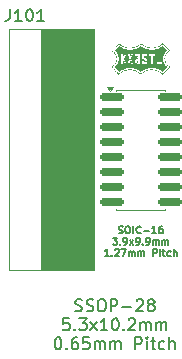
<source format=gto>
G04 #@! TF.GenerationSoftware,KiCad,Pcbnew,9.0.6*
G04 #@! TF.CreationDate,2026-01-05T14:24:44-06:00*
G04 #@! TF.ProjectId,SOIC-16_3.9x9.9_P1.27,534f4943-2d31-4365-9f33-2e3978392e39,rev?*
G04 #@! TF.SameCoordinates,Original*
G04 #@! TF.FileFunction,Legend,Top*
G04 #@! TF.FilePolarity,Positive*
%FSLAX46Y46*%
G04 Gerber Fmt 4.6, Leading zero omitted, Abs format (unit mm)*
G04 Created by KiCad (PCBNEW 9.0.6) date 2026-01-05 14:24:44*
%MOMM*%
%LPD*%
G01*
G04 APERTURE LIST*
G04 Aperture macros list*
%AMRoundRect*
0 Rectangle with rounded corners*
0 $1 Rounding radius*
0 $2 $3 $4 $5 $6 $7 $8 $9 X,Y pos of 4 corners*
0 Add a 4 corners polygon primitive as box body*
4,1,4,$2,$3,$4,$5,$6,$7,$8,$9,$2,$3,0*
0 Add four circle primitives for the rounded corners*
1,1,$1+$1,$2,$3*
1,1,$1+$1,$4,$5*
1,1,$1+$1,$6,$7*
1,1,$1+$1,$8,$9*
0 Add four rect primitives between the rounded corners*
20,1,$1+$1,$2,$3,$4,$5,0*
20,1,$1+$1,$4,$5,$6,$7,0*
20,1,$1+$1,$6,$7,$8,$9,0*
20,1,$1+$1,$8,$9,$2,$3,0*%
G04 Aperture macros list end*
%ADD10C,0.150000*%
%ADD11C,0.100000*%
%ADD12C,0.200000*%
%ADD13C,0.000000*%
%ADD14C,0.120000*%
%ADD15C,1.700000*%
%ADD16R,1.700000X1.700000*%
%ADD17RoundRect,0.150000X-0.825000X-0.150000X0.825000X-0.150000X0.825000X0.150000X-0.825000X0.150000X0*%
G04 APERTURE END LIST*
D10*
X127068821Y-105908268D02*
X127154536Y-105936839D01*
X127154536Y-105936839D02*
X127297393Y-105936839D01*
X127297393Y-105936839D02*
X127354536Y-105908268D01*
X127354536Y-105908268D02*
X127383107Y-105879696D01*
X127383107Y-105879696D02*
X127411678Y-105822553D01*
X127411678Y-105822553D02*
X127411678Y-105765410D01*
X127411678Y-105765410D02*
X127383107Y-105708268D01*
X127383107Y-105708268D02*
X127354536Y-105679696D01*
X127354536Y-105679696D02*
X127297393Y-105651125D01*
X127297393Y-105651125D02*
X127183107Y-105622553D01*
X127183107Y-105622553D02*
X127125964Y-105593982D01*
X127125964Y-105593982D02*
X127097393Y-105565410D01*
X127097393Y-105565410D02*
X127068821Y-105508268D01*
X127068821Y-105508268D02*
X127068821Y-105451125D01*
X127068821Y-105451125D02*
X127097393Y-105393982D01*
X127097393Y-105393982D02*
X127125964Y-105365410D01*
X127125964Y-105365410D02*
X127183107Y-105336839D01*
X127183107Y-105336839D02*
X127325964Y-105336839D01*
X127325964Y-105336839D02*
X127411678Y-105365410D01*
X127783107Y-105336839D02*
X127897393Y-105336839D01*
X127897393Y-105336839D02*
X127954536Y-105365410D01*
X127954536Y-105365410D02*
X128011679Y-105422553D01*
X128011679Y-105422553D02*
X128040250Y-105536839D01*
X128040250Y-105536839D02*
X128040250Y-105736839D01*
X128040250Y-105736839D02*
X128011679Y-105851125D01*
X128011679Y-105851125D02*
X127954536Y-105908268D01*
X127954536Y-105908268D02*
X127897393Y-105936839D01*
X127897393Y-105936839D02*
X127783107Y-105936839D01*
X127783107Y-105936839D02*
X127725965Y-105908268D01*
X127725965Y-105908268D02*
X127668822Y-105851125D01*
X127668822Y-105851125D02*
X127640250Y-105736839D01*
X127640250Y-105736839D02*
X127640250Y-105536839D01*
X127640250Y-105536839D02*
X127668822Y-105422553D01*
X127668822Y-105422553D02*
X127725965Y-105365410D01*
X127725965Y-105365410D02*
X127783107Y-105336839D01*
X128297393Y-105936839D02*
X128297393Y-105336839D01*
X128925964Y-105879696D02*
X128897392Y-105908268D01*
X128897392Y-105908268D02*
X128811678Y-105936839D01*
X128811678Y-105936839D02*
X128754535Y-105936839D01*
X128754535Y-105936839D02*
X128668821Y-105908268D01*
X128668821Y-105908268D02*
X128611678Y-105851125D01*
X128611678Y-105851125D02*
X128583107Y-105793982D01*
X128583107Y-105793982D02*
X128554535Y-105679696D01*
X128554535Y-105679696D02*
X128554535Y-105593982D01*
X128554535Y-105593982D02*
X128583107Y-105479696D01*
X128583107Y-105479696D02*
X128611678Y-105422553D01*
X128611678Y-105422553D02*
X128668821Y-105365410D01*
X128668821Y-105365410D02*
X128754535Y-105336839D01*
X128754535Y-105336839D02*
X128811678Y-105336839D01*
X128811678Y-105336839D02*
X128897392Y-105365410D01*
X128897392Y-105365410D02*
X128925964Y-105393982D01*
X129183107Y-105708268D02*
X129640250Y-105708268D01*
X130240249Y-105936839D02*
X129897392Y-105936839D01*
X130068821Y-105936839D02*
X130068821Y-105336839D01*
X130068821Y-105336839D02*
X130011678Y-105422553D01*
X130011678Y-105422553D02*
X129954535Y-105479696D01*
X129954535Y-105479696D02*
X129897392Y-105508268D01*
X130754536Y-105336839D02*
X130640250Y-105336839D01*
X130640250Y-105336839D02*
X130583107Y-105365410D01*
X130583107Y-105365410D02*
X130554536Y-105393982D01*
X130554536Y-105393982D02*
X130497393Y-105479696D01*
X130497393Y-105479696D02*
X130468821Y-105593982D01*
X130468821Y-105593982D02*
X130468821Y-105822553D01*
X130468821Y-105822553D02*
X130497393Y-105879696D01*
X130497393Y-105879696D02*
X130525964Y-105908268D01*
X130525964Y-105908268D02*
X130583107Y-105936839D01*
X130583107Y-105936839D02*
X130697393Y-105936839D01*
X130697393Y-105936839D02*
X130754536Y-105908268D01*
X130754536Y-105908268D02*
X130783107Y-105879696D01*
X130783107Y-105879696D02*
X130811678Y-105822553D01*
X130811678Y-105822553D02*
X130811678Y-105679696D01*
X130811678Y-105679696D02*
X130783107Y-105622553D01*
X130783107Y-105622553D02*
X130754536Y-105593982D01*
X130754536Y-105593982D02*
X130697393Y-105565410D01*
X130697393Y-105565410D02*
X130583107Y-105565410D01*
X130583107Y-105565410D02*
X130525964Y-105593982D01*
X130525964Y-105593982D02*
X130497393Y-105622553D01*
X130497393Y-105622553D02*
X130468821Y-105679696D01*
X126554535Y-106302805D02*
X126925963Y-106302805D01*
X126925963Y-106302805D02*
X126725963Y-106531376D01*
X126725963Y-106531376D02*
X126811678Y-106531376D01*
X126811678Y-106531376D02*
X126868821Y-106559948D01*
X126868821Y-106559948D02*
X126897392Y-106588519D01*
X126897392Y-106588519D02*
X126925963Y-106645662D01*
X126925963Y-106645662D02*
X126925963Y-106788519D01*
X126925963Y-106788519D02*
X126897392Y-106845662D01*
X126897392Y-106845662D02*
X126868821Y-106874234D01*
X126868821Y-106874234D02*
X126811678Y-106902805D01*
X126811678Y-106902805D02*
X126640249Y-106902805D01*
X126640249Y-106902805D02*
X126583106Y-106874234D01*
X126583106Y-106874234D02*
X126554535Y-106845662D01*
X127183107Y-106845662D02*
X127211678Y-106874234D01*
X127211678Y-106874234D02*
X127183107Y-106902805D01*
X127183107Y-106902805D02*
X127154535Y-106874234D01*
X127154535Y-106874234D02*
X127183107Y-106845662D01*
X127183107Y-106845662D02*
X127183107Y-106902805D01*
X127497392Y-106902805D02*
X127611678Y-106902805D01*
X127611678Y-106902805D02*
X127668821Y-106874234D01*
X127668821Y-106874234D02*
X127697392Y-106845662D01*
X127697392Y-106845662D02*
X127754535Y-106759948D01*
X127754535Y-106759948D02*
X127783106Y-106645662D01*
X127783106Y-106645662D02*
X127783106Y-106417091D01*
X127783106Y-106417091D02*
X127754535Y-106359948D01*
X127754535Y-106359948D02*
X127725964Y-106331376D01*
X127725964Y-106331376D02*
X127668821Y-106302805D01*
X127668821Y-106302805D02*
X127554535Y-106302805D01*
X127554535Y-106302805D02*
X127497392Y-106331376D01*
X127497392Y-106331376D02*
X127468821Y-106359948D01*
X127468821Y-106359948D02*
X127440249Y-106417091D01*
X127440249Y-106417091D02*
X127440249Y-106559948D01*
X127440249Y-106559948D02*
X127468821Y-106617091D01*
X127468821Y-106617091D02*
X127497392Y-106645662D01*
X127497392Y-106645662D02*
X127554535Y-106674234D01*
X127554535Y-106674234D02*
X127668821Y-106674234D01*
X127668821Y-106674234D02*
X127725964Y-106645662D01*
X127725964Y-106645662D02*
X127754535Y-106617091D01*
X127754535Y-106617091D02*
X127783106Y-106559948D01*
X127983107Y-106902805D02*
X128297393Y-106502805D01*
X127983107Y-106502805D02*
X128297393Y-106902805D01*
X128554535Y-106902805D02*
X128668821Y-106902805D01*
X128668821Y-106902805D02*
X128725964Y-106874234D01*
X128725964Y-106874234D02*
X128754535Y-106845662D01*
X128754535Y-106845662D02*
X128811678Y-106759948D01*
X128811678Y-106759948D02*
X128840249Y-106645662D01*
X128840249Y-106645662D02*
X128840249Y-106417091D01*
X128840249Y-106417091D02*
X128811678Y-106359948D01*
X128811678Y-106359948D02*
X128783107Y-106331376D01*
X128783107Y-106331376D02*
X128725964Y-106302805D01*
X128725964Y-106302805D02*
X128611678Y-106302805D01*
X128611678Y-106302805D02*
X128554535Y-106331376D01*
X128554535Y-106331376D02*
X128525964Y-106359948D01*
X128525964Y-106359948D02*
X128497392Y-106417091D01*
X128497392Y-106417091D02*
X128497392Y-106559948D01*
X128497392Y-106559948D02*
X128525964Y-106617091D01*
X128525964Y-106617091D02*
X128554535Y-106645662D01*
X128554535Y-106645662D02*
X128611678Y-106674234D01*
X128611678Y-106674234D02*
X128725964Y-106674234D01*
X128725964Y-106674234D02*
X128783107Y-106645662D01*
X128783107Y-106645662D02*
X128811678Y-106617091D01*
X128811678Y-106617091D02*
X128840249Y-106559948D01*
X129097393Y-106845662D02*
X129125964Y-106874234D01*
X129125964Y-106874234D02*
X129097393Y-106902805D01*
X129097393Y-106902805D02*
X129068821Y-106874234D01*
X129068821Y-106874234D02*
X129097393Y-106845662D01*
X129097393Y-106845662D02*
X129097393Y-106902805D01*
X129411678Y-106902805D02*
X129525964Y-106902805D01*
X129525964Y-106902805D02*
X129583107Y-106874234D01*
X129583107Y-106874234D02*
X129611678Y-106845662D01*
X129611678Y-106845662D02*
X129668821Y-106759948D01*
X129668821Y-106759948D02*
X129697392Y-106645662D01*
X129697392Y-106645662D02*
X129697392Y-106417091D01*
X129697392Y-106417091D02*
X129668821Y-106359948D01*
X129668821Y-106359948D02*
X129640250Y-106331376D01*
X129640250Y-106331376D02*
X129583107Y-106302805D01*
X129583107Y-106302805D02*
X129468821Y-106302805D01*
X129468821Y-106302805D02*
X129411678Y-106331376D01*
X129411678Y-106331376D02*
X129383107Y-106359948D01*
X129383107Y-106359948D02*
X129354535Y-106417091D01*
X129354535Y-106417091D02*
X129354535Y-106559948D01*
X129354535Y-106559948D02*
X129383107Y-106617091D01*
X129383107Y-106617091D02*
X129411678Y-106645662D01*
X129411678Y-106645662D02*
X129468821Y-106674234D01*
X129468821Y-106674234D02*
X129583107Y-106674234D01*
X129583107Y-106674234D02*
X129640250Y-106645662D01*
X129640250Y-106645662D02*
X129668821Y-106617091D01*
X129668821Y-106617091D02*
X129697392Y-106559948D01*
X129954536Y-106902805D02*
X129954536Y-106502805D01*
X129954536Y-106559948D02*
X129983107Y-106531376D01*
X129983107Y-106531376D02*
X130040250Y-106502805D01*
X130040250Y-106502805D02*
X130125964Y-106502805D01*
X130125964Y-106502805D02*
X130183107Y-106531376D01*
X130183107Y-106531376D02*
X130211679Y-106588519D01*
X130211679Y-106588519D02*
X130211679Y-106902805D01*
X130211679Y-106588519D02*
X130240250Y-106531376D01*
X130240250Y-106531376D02*
X130297393Y-106502805D01*
X130297393Y-106502805D02*
X130383107Y-106502805D01*
X130383107Y-106502805D02*
X130440250Y-106531376D01*
X130440250Y-106531376D02*
X130468821Y-106588519D01*
X130468821Y-106588519D02*
X130468821Y-106902805D01*
X130754536Y-106902805D02*
X130754536Y-106502805D01*
X130754536Y-106559948D02*
X130783107Y-106531376D01*
X130783107Y-106531376D02*
X130840250Y-106502805D01*
X130840250Y-106502805D02*
X130925964Y-106502805D01*
X130925964Y-106502805D02*
X130983107Y-106531376D01*
X130983107Y-106531376D02*
X131011679Y-106588519D01*
X131011679Y-106588519D02*
X131011679Y-106902805D01*
X131011679Y-106588519D02*
X131040250Y-106531376D01*
X131040250Y-106531376D02*
X131097393Y-106502805D01*
X131097393Y-106502805D02*
X131183107Y-106502805D01*
X131183107Y-106502805D02*
X131240250Y-106531376D01*
X131240250Y-106531376D02*
X131268821Y-106588519D01*
X131268821Y-106588519D02*
X131268821Y-106902805D01*
X126225963Y-107868771D02*
X125883106Y-107868771D01*
X126054535Y-107868771D02*
X126054535Y-107268771D01*
X126054535Y-107268771D02*
X125997392Y-107354485D01*
X125997392Y-107354485D02*
X125940249Y-107411628D01*
X125940249Y-107411628D02*
X125883106Y-107440200D01*
X126483107Y-107811628D02*
X126511678Y-107840200D01*
X126511678Y-107840200D02*
X126483107Y-107868771D01*
X126483107Y-107868771D02*
X126454535Y-107840200D01*
X126454535Y-107840200D02*
X126483107Y-107811628D01*
X126483107Y-107811628D02*
X126483107Y-107868771D01*
X126740249Y-107325914D02*
X126768821Y-107297342D01*
X126768821Y-107297342D02*
X126825964Y-107268771D01*
X126825964Y-107268771D02*
X126968821Y-107268771D01*
X126968821Y-107268771D02*
X127025964Y-107297342D01*
X127025964Y-107297342D02*
X127054535Y-107325914D01*
X127054535Y-107325914D02*
X127083106Y-107383057D01*
X127083106Y-107383057D02*
X127083106Y-107440200D01*
X127083106Y-107440200D02*
X127054535Y-107525914D01*
X127054535Y-107525914D02*
X126711678Y-107868771D01*
X126711678Y-107868771D02*
X127083106Y-107868771D01*
X127283107Y-107268771D02*
X127683107Y-107268771D01*
X127683107Y-107268771D02*
X127425964Y-107868771D01*
X127911679Y-107868771D02*
X127911679Y-107468771D01*
X127911679Y-107525914D02*
X127940250Y-107497342D01*
X127940250Y-107497342D02*
X127997393Y-107468771D01*
X127997393Y-107468771D02*
X128083107Y-107468771D01*
X128083107Y-107468771D02*
X128140250Y-107497342D01*
X128140250Y-107497342D02*
X128168822Y-107554485D01*
X128168822Y-107554485D02*
X128168822Y-107868771D01*
X128168822Y-107554485D02*
X128197393Y-107497342D01*
X128197393Y-107497342D02*
X128254536Y-107468771D01*
X128254536Y-107468771D02*
X128340250Y-107468771D01*
X128340250Y-107468771D02*
X128397393Y-107497342D01*
X128397393Y-107497342D02*
X128425964Y-107554485D01*
X128425964Y-107554485D02*
X128425964Y-107868771D01*
X128711679Y-107868771D02*
X128711679Y-107468771D01*
X128711679Y-107525914D02*
X128740250Y-107497342D01*
X128740250Y-107497342D02*
X128797393Y-107468771D01*
X128797393Y-107468771D02*
X128883107Y-107468771D01*
X128883107Y-107468771D02*
X128940250Y-107497342D01*
X128940250Y-107497342D02*
X128968822Y-107554485D01*
X128968822Y-107554485D02*
X128968822Y-107868771D01*
X128968822Y-107554485D02*
X128997393Y-107497342D01*
X128997393Y-107497342D02*
X129054536Y-107468771D01*
X129054536Y-107468771D02*
X129140250Y-107468771D01*
X129140250Y-107468771D02*
X129197393Y-107497342D01*
X129197393Y-107497342D02*
X129225964Y-107554485D01*
X129225964Y-107554485D02*
X129225964Y-107868771D01*
X129968822Y-107868771D02*
X129968822Y-107268771D01*
X129968822Y-107268771D02*
X130197393Y-107268771D01*
X130197393Y-107268771D02*
X130254536Y-107297342D01*
X130254536Y-107297342D02*
X130283107Y-107325914D01*
X130283107Y-107325914D02*
X130311679Y-107383057D01*
X130311679Y-107383057D02*
X130311679Y-107468771D01*
X130311679Y-107468771D02*
X130283107Y-107525914D01*
X130283107Y-107525914D02*
X130254536Y-107554485D01*
X130254536Y-107554485D02*
X130197393Y-107583057D01*
X130197393Y-107583057D02*
X129968822Y-107583057D01*
X130568822Y-107868771D02*
X130568822Y-107468771D01*
X130568822Y-107268771D02*
X130540250Y-107297342D01*
X130540250Y-107297342D02*
X130568822Y-107325914D01*
X130568822Y-107325914D02*
X130597393Y-107297342D01*
X130597393Y-107297342D02*
X130568822Y-107268771D01*
X130568822Y-107268771D02*
X130568822Y-107325914D01*
X130768821Y-107468771D02*
X130997393Y-107468771D01*
X130854536Y-107268771D02*
X130854536Y-107783057D01*
X130854536Y-107783057D02*
X130883107Y-107840200D01*
X130883107Y-107840200D02*
X130940250Y-107868771D01*
X130940250Y-107868771D02*
X130997393Y-107868771D01*
X131454536Y-107840200D02*
X131397393Y-107868771D01*
X131397393Y-107868771D02*
X131283107Y-107868771D01*
X131283107Y-107868771D02*
X131225964Y-107840200D01*
X131225964Y-107840200D02*
X131197393Y-107811628D01*
X131197393Y-107811628D02*
X131168821Y-107754485D01*
X131168821Y-107754485D02*
X131168821Y-107583057D01*
X131168821Y-107583057D02*
X131197393Y-107525914D01*
X131197393Y-107525914D02*
X131225964Y-107497342D01*
X131225964Y-107497342D02*
X131283107Y-107468771D01*
X131283107Y-107468771D02*
X131397393Y-107468771D01*
X131397393Y-107468771D02*
X131454536Y-107497342D01*
X131711679Y-107868771D02*
X131711679Y-107268771D01*
X131968822Y-107868771D02*
X131968822Y-107554485D01*
X131968822Y-107554485D02*
X131940250Y-107497342D01*
X131940250Y-107497342D02*
X131883107Y-107468771D01*
X131883107Y-107468771D02*
X131797393Y-107468771D01*
X131797393Y-107468771D02*
X131740250Y-107497342D01*
X131740250Y-107497342D02*
X131711679Y-107525914D01*
D11*
X120506000Y-88646000D02*
X124968000Y-88646000D01*
X124968000Y-109076000D01*
X120506000Y-109076000D01*
X120506000Y-88646000D01*
G36*
X120506000Y-88646000D02*
G01*
X124968000Y-88646000D01*
X124968000Y-109076000D01*
X120506000Y-109076000D01*
X120506000Y-88646000D01*
G37*
D12*
X123388857Y-112491212D02*
X123531714Y-112538831D01*
X123531714Y-112538831D02*
X123769809Y-112538831D01*
X123769809Y-112538831D02*
X123865047Y-112491212D01*
X123865047Y-112491212D02*
X123912666Y-112443592D01*
X123912666Y-112443592D02*
X123960285Y-112348354D01*
X123960285Y-112348354D02*
X123960285Y-112253116D01*
X123960285Y-112253116D02*
X123912666Y-112157878D01*
X123912666Y-112157878D02*
X123865047Y-112110259D01*
X123865047Y-112110259D02*
X123769809Y-112062640D01*
X123769809Y-112062640D02*
X123579333Y-112015021D01*
X123579333Y-112015021D02*
X123484095Y-111967402D01*
X123484095Y-111967402D02*
X123436476Y-111919783D01*
X123436476Y-111919783D02*
X123388857Y-111824545D01*
X123388857Y-111824545D02*
X123388857Y-111729307D01*
X123388857Y-111729307D02*
X123436476Y-111634069D01*
X123436476Y-111634069D02*
X123484095Y-111586450D01*
X123484095Y-111586450D02*
X123579333Y-111538831D01*
X123579333Y-111538831D02*
X123817428Y-111538831D01*
X123817428Y-111538831D02*
X123960285Y-111586450D01*
X124341238Y-112491212D02*
X124484095Y-112538831D01*
X124484095Y-112538831D02*
X124722190Y-112538831D01*
X124722190Y-112538831D02*
X124817428Y-112491212D01*
X124817428Y-112491212D02*
X124865047Y-112443592D01*
X124865047Y-112443592D02*
X124912666Y-112348354D01*
X124912666Y-112348354D02*
X124912666Y-112253116D01*
X124912666Y-112253116D02*
X124865047Y-112157878D01*
X124865047Y-112157878D02*
X124817428Y-112110259D01*
X124817428Y-112110259D02*
X124722190Y-112062640D01*
X124722190Y-112062640D02*
X124531714Y-112015021D01*
X124531714Y-112015021D02*
X124436476Y-111967402D01*
X124436476Y-111967402D02*
X124388857Y-111919783D01*
X124388857Y-111919783D02*
X124341238Y-111824545D01*
X124341238Y-111824545D02*
X124341238Y-111729307D01*
X124341238Y-111729307D02*
X124388857Y-111634069D01*
X124388857Y-111634069D02*
X124436476Y-111586450D01*
X124436476Y-111586450D02*
X124531714Y-111538831D01*
X124531714Y-111538831D02*
X124769809Y-111538831D01*
X124769809Y-111538831D02*
X124912666Y-111586450D01*
X125531714Y-111538831D02*
X125722190Y-111538831D01*
X125722190Y-111538831D02*
X125817428Y-111586450D01*
X125817428Y-111586450D02*
X125912666Y-111681688D01*
X125912666Y-111681688D02*
X125960285Y-111872164D01*
X125960285Y-111872164D02*
X125960285Y-112205497D01*
X125960285Y-112205497D02*
X125912666Y-112395973D01*
X125912666Y-112395973D02*
X125817428Y-112491212D01*
X125817428Y-112491212D02*
X125722190Y-112538831D01*
X125722190Y-112538831D02*
X125531714Y-112538831D01*
X125531714Y-112538831D02*
X125436476Y-112491212D01*
X125436476Y-112491212D02*
X125341238Y-112395973D01*
X125341238Y-112395973D02*
X125293619Y-112205497D01*
X125293619Y-112205497D02*
X125293619Y-111872164D01*
X125293619Y-111872164D02*
X125341238Y-111681688D01*
X125341238Y-111681688D02*
X125436476Y-111586450D01*
X125436476Y-111586450D02*
X125531714Y-111538831D01*
X126388857Y-112538831D02*
X126388857Y-111538831D01*
X126388857Y-111538831D02*
X126769809Y-111538831D01*
X126769809Y-111538831D02*
X126865047Y-111586450D01*
X126865047Y-111586450D02*
X126912666Y-111634069D01*
X126912666Y-111634069D02*
X126960285Y-111729307D01*
X126960285Y-111729307D02*
X126960285Y-111872164D01*
X126960285Y-111872164D02*
X126912666Y-111967402D01*
X126912666Y-111967402D02*
X126865047Y-112015021D01*
X126865047Y-112015021D02*
X126769809Y-112062640D01*
X126769809Y-112062640D02*
X126388857Y-112062640D01*
X127388857Y-112157878D02*
X128150762Y-112157878D01*
X128579333Y-111634069D02*
X128626952Y-111586450D01*
X128626952Y-111586450D02*
X128722190Y-111538831D01*
X128722190Y-111538831D02*
X128960285Y-111538831D01*
X128960285Y-111538831D02*
X129055523Y-111586450D01*
X129055523Y-111586450D02*
X129103142Y-111634069D01*
X129103142Y-111634069D02*
X129150761Y-111729307D01*
X129150761Y-111729307D02*
X129150761Y-111824545D01*
X129150761Y-111824545D02*
X129103142Y-111967402D01*
X129103142Y-111967402D02*
X128531714Y-112538831D01*
X128531714Y-112538831D02*
X129150761Y-112538831D01*
X129722190Y-111967402D02*
X129626952Y-111919783D01*
X129626952Y-111919783D02*
X129579333Y-111872164D01*
X129579333Y-111872164D02*
X129531714Y-111776926D01*
X129531714Y-111776926D02*
X129531714Y-111729307D01*
X129531714Y-111729307D02*
X129579333Y-111634069D01*
X129579333Y-111634069D02*
X129626952Y-111586450D01*
X129626952Y-111586450D02*
X129722190Y-111538831D01*
X129722190Y-111538831D02*
X129912666Y-111538831D01*
X129912666Y-111538831D02*
X130007904Y-111586450D01*
X130007904Y-111586450D02*
X130055523Y-111634069D01*
X130055523Y-111634069D02*
X130103142Y-111729307D01*
X130103142Y-111729307D02*
X130103142Y-111776926D01*
X130103142Y-111776926D02*
X130055523Y-111872164D01*
X130055523Y-111872164D02*
X130007904Y-111919783D01*
X130007904Y-111919783D02*
X129912666Y-111967402D01*
X129912666Y-111967402D02*
X129722190Y-111967402D01*
X129722190Y-111967402D02*
X129626952Y-112015021D01*
X129626952Y-112015021D02*
X129579333Y-112062640D01*
X129579333Y-112062640D02*
X129531714Y-112157878D01*
X129531714Y-112157878D02*
X129531714Y-112348354D01*
X129531714Y-112348354D02*
X129579333Y-112443592D01*
X129579333Y-112443592D02*
X129626952Y-112491212D01*
X129626952Y-112491212D02*
X129722190Y-112538831D01*
X129722190Y-112538831D02*
X129912666Y-112538831D01*
X129912666Y-112538831D02*
X130007904Y-112491212D01*
X130007904Y-112491212D02*
X130055523Y-112443592D01*
X130055523Y-112443592D02*
X130103142Y-112348354D01*
X130103142Y-112348354D02*
X130103142Y-112157878D01*
X130103142Y-112157878D02*
X130055523Y-112062640D01*
X130055523Y-112062640D02*
X130007904Y-112015021D01*
X130007904Y-112015021D02*
X129912666Y-111967402D01*
X122865048Y-113148775D02*
X122388858Y-113148775D01*
X122388858Y-113148775D02*
X122341239Y-113624965D01*
X122341239Y-113624965D02*
X122388858Y-113577346D01*
X122388858Y-113577346D02*
X122484096Y-113529727D01*
X122484096Y-113529727D02*
X122722191Y-113529727D01*
X122722191Y-113529727D02*
X122817429Y-113577346D01*
X122817429Y-113577346D02*
X122865048Y-113624965D01*
X122865048Y-113624965D02*
X122912667Y-113720203D01*
X122912667Y-113720203D02*
X122912667Y-113958298D01*
X122912667Y-113958298D02*
X122865048Y-114053536D01*
X122865048Y-114053536D02*
X122817429Y-114101156D01*
X122817429Y-114101156D02*
X122722191Y-114148775D01*
X122722191Y-114148775D02*
X122484096Y-114148775D01*
X122484096Y-114148775D02*
X122388858Y-114101156D01*
X122388858Y-114101156D02*
X122341239Y-114053536D01*
X123341239Y-114053536D02*
X123388858Y-114101156D01*
X123388858Y-114101156D02*
X123341239Y-114148775D01*
X123341239Y-114148775D02*
X123293620Y-114101156D01*
X123293620Y-114101156D02*
X123341239Y-114053536D01*
X123341239Y-114053536D02*
X123341239Y-114148775D01*
X123722191Y-113148775D02*
X124341238Y-113148775D01*
X124341238Y-113148775D02*
X124007905Y-113529727D01*
X124007905Y-113529727D02*
X124150762Y-113529727D01*
X124150762Y-113529727D02*
X124246000Y-113577346D01*
X124246000Y-113577346D02*
X124293619Y-113624965D01*
X124293619Y-113624965D02*
X124341238Y-113720203D01*
X124341238Y-113720203D02*
X124341238Y-113958298D01*
X124341238Y-113958298D02*
X124293619Y-114053536D01*
X124293619Y-114053536D02*
X124246000Y-114101156D01*
X124246000Y-114101156D02*
X124150762Y-114148775D01*
X124150762Y-114148775D02*
X123865048Y-114148775D01*
X123865048Y-114148775D02*
X123769810Y-114101156D01*
X123769810Y-114101156D02*
X123722191Y-114053536D01*
X124674572Y-114148775D02*
X125198381Y-113482108D01*
X124674572Y-113482108D02*
X125198381Y-114148775D01*
X126103143Y-114148775D02*
X125531715Y-114148775D01*
X125817429Y-114148775D02*
X125817429Y-113148775D01*
X125817429Y-113148775D02*
X125722191Y-113291632D01*
X125722191Y-113291632D02*
X125626953Y-113386870D01*
X125626953Y-113386870D02*
X125531715Y-113434489D01*
X126722191Y-113148775D02*
X126817429Y-113148775D01*
X126817429Y-113148775D02*
X126912667Y-113196394D01*
X126912667Y-113196394D02*
X126960286Y-113244013D01*
X126960286Y-113244013D02*
X127007905Y-113339251D01*
X127007905Y-113339251D02*
X127055524Y-113529727D01*
X127055524Y-113529727D02*
X127055524Y-113767822D01*
X127055524Y-113767822D02*
X127007905Y-113958298D01*
X127007905Y-113958298D02*
X126960286Y-114053536D01*
X126960286Y-114053536D02*
X126912667Y-114101156D01*
X126912667Y-114101156D02*
X126817429Y-114148775D01*
X126817429Y-114148775D02*
X126722191Y-114148775D01*
X126722191Y-114148775D02*
X126626953Y-114101156D01*
X126626953Y-114101156D02*
X126579334Y-114053536D01*
X126579334Y-114053536D02*
X126531715Y-113958298D01*
X126531715Y-113958298D02*
X126484096Y-113767822D01*
X126484096Y-113767822D02*
X126484096Y-113529727D01*
X126484096Y-113529727D02*
X126531715Y-113339251D01*
X126531715Y-113339251D02*
X126579334Y-113244013D01*
X126579334Y-113244013D02*
X126626953Y-113196394D01*
X126626953Y-113196394D02*
X126722191Y-113148775D01*
X127484096Y-114053536D02*
X127531715Y-114101156D01*
X127531715Y-114101156D02*
X127484096Y-114148775D01*
X127484096Y-114148775D02*
X127436477Y-114101156D01*
X127436477Y-114101156D02*
X127484096Y-114053536D01*
X127484096Y-114053536D02*
X127484096Y-114148775D01*
X127912667Y-113244013D02*
X127960286Y-113196394D01*
X127960286Y-113196394D02*
X128055524Y-113148775D01*
X128055524Y-113148775D02*
X128293619Y-113148775D01*
X128293619Y-113148775D02*
X128388857Y-113196394D01*
X128388857Y-113196394D02*
X128436476Y-113244013D01*
X128436476Y-113244013D02*
X128484095Y-113339251D01*
X128484095Y-113339251D02*
X128484095Y-113434489D01*
X128484095Y-113434489D02*
X128436476Y-113577346D01*
X128436476Y-113577346D02*
X127865048Y-114148775D01*
X127865048Y-114148775D02*
X128484095Y-114148775D01*
X128912667Y-114148775D02*
X128912667Y-113482108D01*
X128912667Y-113577346D02*
X128960286Y-113529727D01*
X128960286Y-113529727D02*
X129055524Y-113482108D01*
X129055524Y-113482108D02*
X129198381Y-113482108D01*
X129198381Y-113482108D02*
X129293619Y-113529727D01*
X129293619Y-113529727D02*
X129341238Y-113624965D01*
X129341238Y-113624965D02*
X129341238Y-114148775D01*
X129341238Y-113624965D02*
X129388857Y-113529727D01*
X129388857Y-113529727D02*
X129484095Y-113482108D01*
X129484095Y-113482108D02*
X129626952Y-113482108D01*
X129626952Y-113482108D02*
X129722191Y-113529727D01*
X129722191Y-113529727D02*
X129769810Y-113624965D01*
X129769810Y-113624965D02*
X129769810Y-114148775D01*
X130246000Y-114148775D02*
X130246000Y-113482108D01*
X130246000Y-113577346D02*
X130293619Y-113529727D01*
X130293619Y-113529727D02*
X130388857Y-113482108D01*
X130388857Y-113482108D02*
X130531714Y-113482108D01*
X130531714Y-113482108D02*
X130626952Y-113529727D01*
X130626952Y-113529727D02*
X130674571Y-113624965D01*
X130674571Y-113624965D02*
X130674571Y-114148775D01*
X130674571Y-113624965D02*
X130722190Y-113529727D01*
X130722190Y-113529727D02*
X130817428Y-113482108D01*
X130817428Y-113482108D02*
X130960285Y-113482108D01*
X130960285Y-113482108D02*
X131055524Y-113529727D01*
X131055524Y-113529727D02*
X131103143Y-113624965D01*
X131103143Y-113624965D02*
X131103143Y-114148775D01*
X121888857Y-114758719D02*
X121984095Y-114758719D01*
X121984095Y-114758719D02*
X122079333Y-114806338D01*
X122079333Y-114806338D02*
X122126952Y-114853957D01*
X122126952Y-114853957D02*
X122174571Y-114949195D01*
X122174571Y-114949195D02*
X122222190Y-115139671D01*
X122222190Y-115139671D02*
X122222190Y-115377766D01*
X122222190Y-115377766D02*
X122174571Y-115568242D01*
X122174571Y-115568242D02*
X122126952Y-115663480D01*
X122126952Y-115663480D02*
X122079333Y-115711100D01*
X122079333Y-115711100D02*
X121984095Y-115758719D01*
X121984095Y-115758719D02*
X121888857Y-115758719D01*
X121888857Y-115758719D02*
X121793619Y-115711100D01*
X121793619Y-115711100D02*
X121746000Y-115663480D01*
X121746000Y-115663480D02*
X121698381Y-115568242D01*
X121698381Y-115568242D02*
X121650762Y-115377766D01*
X121650762Y-115377766D02*
X121650762Y-115139671D01*
X121650762Y-115139671D02*
X121698381Y-114949195D01*
X121698381Y-114949195D02*
X121746000Y-114853957D01*
X121746000Y-114853957D02*
X121793619Y-114806338D01*
X121793619Y-114806338D02*
X121888857Y-114758719D01*
X122650762Y-115663480D02*
X122698381Y-115711100D01*
X122698381Y-115711100D02*
X122650762Y-115758719D01*
X122650762Y-115758719D02*
X122603143Y-115711100D01*
X122603143Y-115711100D02*
X122650762Y-115663480D01*
X122650762Y-115663480D02*
X122650762Y-115758719D01*
X123555523Y-114758719D02*
X123365047Y-114758719D01*
X123365047Y-114758719D02*
X123269809Y-114806338D01*
X123269809Y-114806338D02*
X123222190Y-114853957D01*
X123222190Y-114853957D02*
X123126952Y-114996814D01*
X123126952Y-114996814D02*
X123079333Y-115187290D01*
X123079333Y-115187290D02*
X123079333Y-115568242D01*
X123079333Y-115568242D02*
X123126952Y-115663480D01*
X123126952Y-115663480D02*
X123174571Y-115711100D01*
X123174571Y-115711100D02*
X123269809Y-115758719D01*
X123269809Y-115758719D02*
X123460285Y-115758719D01*
X123460285Y-115758719D02*
X123555523Y-115711100D01*
X123555523Y-115711100D02*
X123603142Y-115663480D01*
X123603142Y-115663480D02*
X123650761Y-115568242D01*
X123650761Y-115568242D02*
X123650761Y-115330147D01*
X123650761Y-115330147D02*
X123603142Y-115234909D01*
X123603142Y-115234909D02*
X123555523Y-115187290D01*
X123555523Y-115187290D02*
X123460285Y-115139671D01*
X123460285Y-115139671D02*
X123269809Y-115139671D01*
X123269809Y-115139671D02*
X123174571Y-115187290D01*
X123174571Y-115187290D02*
X123126952Y-115234909D01*
X123126952Y-115234909D02*
X123079333Y-115330147D01*
X124555523Y-114758719D02*
X124079333Y-114758719D01*
X124079333Y-114758719D02*
X124031714Y-115234909D01*
X124031714Y-115234909D02*
X124079333Y-115187290D01*
X124079333Y-115187290D02*
X124174571Y-115139671D01*
X124174571Y-115139671D02*
X124412666Y-115139671D01*
X124412666Y-115139671D02*
X124507904Y-115187290D01*
X124507904Y-115187290D02*
X124555523Y-115234909D01*
X124555523Y-115234909D02*
X124603142Y-115330147D01*
X124603142Y-115330147D02*
X124603142Y-115568242D01*
X124603142Y-115568242D02*
X124555523Y-115663480D01*
X124555523Y-115663480D02*
X124507904Y-115711100D01*
X124507904Y-115711100D02*
X124412666Y-115758719D01*
X124412666Y-115758719D02*
X124174571Y-115758719D01*
X124174571Y-115758719D02*
X124079333Y-115711100D01*
X124079333Y-115711100D02*
X124031714Y-115663480D01*
X125031714Y-115758719D02*
X125031714Y-115092052D01*
X125031714Y-115187290D02*
X125079333Y-115139671D01*
X125079333Y-115139671D02*
X125174571Y-115092052D01*
X125174571Y-115092052D02*
X125317428Y-115092052D01*
X125317428Y-115092052D02*
X125412666Y-115139671D01*
X125412666Y-115139671D02*
X125460285Y-115234909D01*
X125460285Y-115234909D02*
X125460285Y-115758719D01*
X125460285Y-115234909D02*
X125507904Y-115139671D01*
X125507904Y-115139671D02*
X125603142Y-115092052D01*
X125603142Y-115092052D02*
X125745999Y-115092052D01*
X125745999Y-115092052D02*
X125841238Y-115139671D01*
X125841238Y-115139671D02*
X125888857Y-115234909D01*
X125888857Y-115234909D02*
X125888857Y-115758719D01*
X126365047Y-115758719D02*
X126365047Y-115092052D01*
X126365047Y-115187290D02*
X126412666Y-115139671D01*
X126412666Y-115139671D02*
X126507904Y-115092052D01*
X126507904Y-115092052D02*
X126650761Y-115092052D01*
X126650761Y-115092052D02*
X126745999Y-115139671D01*
X126745999Y-115139671D02*
X126793618Y-115234909D01*
X126793618Y-115234909D02*
X126793618Y-115758719D01*
X126793618Y-115234909D02*
X126841237Y-115139671D01*
X126841237Y-115139671D02*
X126936475Y-115092052D01*
X126936475Y-115092052D02*
X127079332Y-115092052D01*
X127079332Y-115092052D02*
X127174571Y-115139671D01*
X127174571Y-115139671D02*
X127222190Y-115234909D01*
X127222190Y-115234909D02*
X127222190Y-115758719D01*
X128460285Y-115758719D02*
X128460285Y-114758719D01*
X128460285Y-114758719D02*
X128841237Y-114758719D01*
X128841237Y-114758719D02*
X128936475Y-114806338D01*
X128936475Y-114806338D02*
X128984094Y-114853957D01*
X128984094Y-114853957D02*
X129031713Y-114949195D01*
X129031713Y-114949195D02*
X129031713Y-115092052D01*
X129031713Y-115092052D02*
X128984094Y-115187290D01*
X128984094Y-115187290D02*
X128936475Y-115234909D01*
X128936475Y-115234909D02*
X128841237Y-115282528D01*
X128841237Y-115282528D02*
X128460285Y-115282528D01*
X129460285Y-115758719D02*
X129460285Y-115092052D01*
X129460285Y-114758719D02*
X129412666Y-114806338D01*
X129412666Y-114806338D02*
X129460285Y-114853957D01*
X129460285Y-114853957D02*
X129507904Y-114806338D01*
X129507904Y-114806338D02*
X129460285Y-114758719D01*
X129460285Y-114758719D02*
X129460285Y-114853957D01*
X129793618Y-115092052D02*
X130174570Y-115092052D01*
X129936475Y-114758719D02*
X129936475Y-115615861D01*
X129936475Y-115615861D02*
X129984094Y-115711100D01*
X129984094Y-115711100D02*
X130079332Y-115758719D01*
X130079332Y-115758719D02*
X130174570Y-115758719D01*
X130936475Y-115711100D02*
X130841237Y-115758719D01*
X130841237Y-115758719D02*
X130650761Y-115758719D01*
X130650761Y-115758719D02*
X130555523Y-115711100D01*
X130555523Y-115711100D02*
X130507904Y-115663480D01*
X130507904Y-115663480D02*
X130460285Y-115568242D01*
X130460285Y-115568242D02*
X130460285Y-115282528D01*
X130460285Y-115282528D02*
X130507904Y-115187290D01*
X130507904Y-115187290D02*
X130555523Y-115139671D01*
X130555523Y-115139671D02*
X130650761Y-115092052D01*
X130650761Y-115092052D02*
X130841237Y-115092052D01*
X130841237Y-115092052D02*
X130936475Y-115139671D01*
X131365047Y-115758719D02*
X131365047Y-114758719D01*
X131793618Y-115758719D02*
X131793618Y-115234909D01*
X131793618Y-115234909D02*
X131745999Y-115139671D01*
X131745999Y-115139671D02*
X131650761Y-115092052D01*
X131650761Y-115092052D02*
X131507904Y-115092052D01*
X131507904Y-115092052D02*
X131412666Y-115139671D01*
X131412666Y-115139671D02*
X131365047Y-115187290D01*
D10*
X117840285Y-86970819D02*
X117840285Y-87685104D01*
X117840285Y-87685104D02*
X117792666Y-87827961D01*
X117792666Y-87827961D02*
X117697428Y-87923200D01*
X117697428Y-87923200D02*
X117554571Y-87970819D01*
X117554571Y-87970819D02*
X117459333Y-87970819D01*
X118840285Y-87970819D02*
X118268857Y-87970819D01*
X118554571Y-87970819D02*
X118554571Y-86970819D01*
X118554571Y-86970819D02*
X118459333Y-87113676D01*
X118459333Y-87113676D02*
X118364095Y-87208914D01*
X118364095Y-87208914D02*
X118268857Y-87256533D01*
X119459333Y-86970819D02*
X119554571Y-86970819D01*
X119554571Y-86970819D02*
X119649809Y-87018438D01*
X119649809Y-87018438D02*
X119697428Y-87066057D01*
X119697428Y-87066057D02*
X119745047Y-87161295D01*
X119745047Y-87161295D02*
X119792666Y-87351771D01*
X119792666Y-87351771D02*
X119792666Y-87589866D01*
X119792666Y-87589866D02*
X119745047Y-87780342D01*
X119745047Y-87780342D02*
X119697428Y-87875580D01*
X119697428Y-87875580D02*
X119649809Y-87923200D01*
X119649809Y-87923200D02*
X119554571Y-87970819D01*
X119554571Y-87970819D02*
X119459333Y-87970819D01*
X119459333Y-87970819D02*
X119364095Y-87923200D01*
X119364095Y-87923200D02*
X119316476Y-87875580D01*
X119316476Y-87875580D02*
X119268857Y-87780342D01*
X119268857Y-87780342D02*
X119221238Y-87589866D01*
X119221238Y-87589866D02*
X119221238Y-87351771D01*
X119221238Y-87351771D02*
X119268857Y-87161295D01*
X119268857Y-87161295D02*
X119316476Y-87066057D01*
X119316476Y-87066057D02*
X119364095Y-87018438D01*
X119364095Y-87018438D02*
X119459333Y-86970819D01*
X120745047Y-87970819D02*
X120173619Y-87970819D01*
X120459333Y-87970819D02*
X120459333Y-86970819D01*
X120459333Y-86970819D02*
X120364095Y-87113676D01*
X120364095Y-87113676D02*
X120268857Y-87208914D01*
X120268857Y-87208914D02*
X120173619Y-87256533D01*
D13*
G36*
X128946520Y-90066450D02*
G01*
X128951550Y-90069862D01*
X128958780Y-90074986D01*
X128967755Y-90081499D01*
X128978020Y-90089073D01*
X128987361Y-90096055D01*
X129051019Y-90141610D01*
X129115935Y-90183469D01*
X129182130Y-90221643D01*
X129249629Y-90256141D01*
X129318457Y-90286977D01*
X129388636Y-90314158D01*
X129460191Y-90337697D01*
X129533145Y-90357605D01*
X129599444Y-90372311D01*
X129611730Y-90374607D01*
X129623607Y-90376571D01*
X129634181Y-90378072D01*
X129642554Y-90378984D01*
X129647070Y-90379200D01*
X129653393Y-90379385D01*
X129657805Y-90380009D01*
X129659278Y-90380835D01*
X129661089Y-90382572D01*
X129665962Y-90383993D01*
X129673056Y-90384929D01*
X129681529Y-90385216D01*
X129681571Y-90385216D01*
X129686839Y-90385395D01*
X129695103Y-90385959D01*
X129705482Y-90386837D01*
X129717093Y-90387953D01*
X129725688Y-90388861D01*
X129738915Y-90390244D01*
X129752768Y-90391575D01*
X129765962Y-90392737D01*
X129777217Y-90393616D01*
X129781844Y-90393921D01*
X129790578Y-90394537D01*
X129797668Y-90395222D01*
X129802332Y-90395888D01*
X129803813Y-90396398D01*
X129805625Y-90396832D01*
X129810514Y-90397067D01*
X129817655Y-90397080D01*
X129823346Y-90396951D01*
X129831542Y-90396840D01*
X129838045Y-90397034D01*
X129842031Y-90397490D01*
X129842882Y-90397928D01*
X129844750Y-90398356D01*
X129850010Y-90398740D01*
X129858152Y-90399064D01*
X129868662Y-90399315D01*
X129881027Y-90399472D01*
X129893664Y-90399523D01*
X129907288Y-90399470D01*
X129919531Y-90399317D01*
X129929882Y-90399082D01*
X129937823Y-90398779D01*
X129942847Y-90398422D01*
X129944449Y-90398058D01*
X129946236Y-90397326D01*
X129950925Y-90396801D01*
X129957515Y-90396593D01*
X129957735Y-90396593D01*
X129976044Y-90396117D01*
X129997490Y-90394747D01*
X130021423Y-90392567D01*
X130047196Y-90389666D01*
X130074164Y-90386126D01*
X130101677Y-90382037D01*
X130129091Y-90377482D01*
X130155757Y-90372547D01*
X130181029Y-90367319D01*
X130185014Y-90366435D01*
X130252668Y-90349328D01*
X130320129Y-90328388D01*
X130387245Y-90303686D01*
X130453867Y-90275295D01*
X130519843Y-90243288D01*
X130585028Y-90207737D01*
X130649267Y-90168715D01*
X130712411Y-90126294D01*
X130770110Y-90083788D01*
X130780541Y-90076105D01*
X130788384Y-90071128D01*
X130793801Y-90068786D01*
X130796959Y-90069010D01*
X130798019Y-90071729D01*
X130798019Y-90071862D01*
X130799380Y-90073649D01*
X130803362Y-90078040D01*
X130809818Y-90084886D01*
X130818601Y-90094035D01*
X130829563Y-90105339D01*
X130842557Y-90118645D01*
X130857434Y-90133805D01*
X130874047Y-90150665D01*
X130892248Y-90169079D01*
X130911890Y-90188894D01*
X130932826Y-90209960D01*
X130954906Y-90232128D01*
X130977984Y-90255246D01*
X130984840Y-90262104D01*
X131014623Y-90291913D01*
X131041662Y-90319028D01*
X131065999Y-90343491D01*
X131087676Y-90365346D01*
X131106735Y-90384636D01*
X131123219Y-90401403D01*
X131137170Y-90415693D01*
X131148630Y-90427547D01*
X131157641Y-90437008D01*
X131164247Y-90444120D01*
X131168488Y-90448927D01*
X131170406Y-90451471D01*
X131170530Y-90451876D01*
X131168316Y-90454252D01*
X131163627Y-90457595D01*
X131157796Y-90461005D01*
X131153306Y-90463764D01*
X131147933Y-90467808D01*
X131141347Y-90473436D01*
X131133217Y-90480944D01*
X131123214Y-90490630D01*
X131111010Y-90502792D01*
X131106266Y-90507580D01*
X131089070Y-90525093D01*
X131074161Y-90540562D01*
X131060974Y-90554616D01*
X131048943Y-90567880D01*
X131037505Y-90580981D01*
X131026093Y-90594547D01*
X131014143Y-90609204D01*
X131009991Y-90614380D01*
X130979074Y-90654964D01*
X130951580Y-90695243D01*
X130927143Y-90735881D01*
X130905403Y-90777543D01*
X130885995Y-90820895D01*
X130868557Y-90866600D01*
X130862312Y-90884904D01*
X130850319Y-90922980D01*
X130840393Y-90958731D01*
X130832380Y-90993050D01*
X130826124Y-91026827D01*
X130821470Y-91060951D01*
X130818263Y-91096313D01*
X130816347Y-91133800D01*
X130815877Y-91151036D01*
X130815615Y-91166088D01*
X130815480Y-91179714D01*
X130815469Y-91191454D01*
X130815576Y-91200850D01*
X130815800Y-91207445D01*
X130816138Y-91210780D01*
X130816306Y-91211098D01*
X130817014Y-91212882D01*
X130817322Y-91217592D01*
X130817176Y-91224262D01*
X130817119Y-91225256D01*
X130817000Y-91233602D01*
X130817414Y-91244085D01*
X130818277Y-91254989D01*
X130818832Y-91259927D01*
X130827228Y-91311272D01*
X130839421Y-91362693D01*
X130855314Y-91413990D01*
X130874808Y-91464959D01*
X130897803Y-91515400D01*
X130924204Y-91565110D01*
X130953908Y-91613884D01*
X130986820Y-91661526D01*
X131022839Y-91707828D01*
X131056104Y-91746292D01*
X131068332Y-91759669D01*
X131079716Y-91771931D01*
X131089983Y-91782796D01*
X131098856Y-91791982D01*
X131106064Y-91799204D01*
X131111329Y-91804180D01*
X131114378Y-91806628D01*
X131114897Y-91806836D01*
X131116855Y-91808155D01*
X131120996Y-91811782D01*
X131126783Y-91817221D01*
X131133680Y-91823976D01*
X131136584Y-91826890D01*
X131144386Y-91834629D01*
X131151895Y-91841829D01*
X131158365Y-91847793D01*
X131163055Y-91851820D01*
X131163876Y-91852453D01*
X131168145Y-91856209D01*
X131170521Y-91859470D01*
X131170711Y-91860571D01*
X131169284Y-91862452D01*
X131165408Y-91866879D01*
X131159341Y-91873576D01*
X131151336Y-91882267D01*
X131141650Y-91892678D01*
X131130537Y-91904533D01*
X131118252Y-91917557D01*
X131105054Y-91931474D01*
X131100663Y-91936088D01*
X131086048Y-91951443D01*
X131071296Y-91966968D01*
X131056814Y-91982231D01*
X131043009Y-91996801D01*
X131030290Y-92010248D01*
X131019065Y-92022141D01*
X131009740Y-92032050D01*
X131003000Y-92039247D01*
X130994720Y-92048108D01*
X130984321Y-92059206D01*
X130972368Y-92071940D01*
X130959427Y-92085709D01*
X130946064Y-92099912D01*
X130932842Y-92113946D01*
X130924980Y-92122281D01*
X130911798Y-92136281D01*
X130897843Y-92151153D01*
X130883741Y-92166229D01*
X130870118Y-92180838D01*
X130857599Y-92194308D01*
X130846813Y-92205968D01*
X130842018Y-92211179D01*
X130832699Y-92221282D01*
X130824045Y-92230572D01*
X130816473Y-92238612D01*
X130810395Y-92244966D01*
X130806224Y-92249197D01*
X130804597Y-92250711D01*
X130798564Y-92253343D01*
X130790663Y-92254129D01*
X130786694Y-92253977D01*
X130783079Y-92253293D01*
X130779133Y-92251738D01*
X130774176Y-92248973D01*
X130767523Y-92244656D01*
X130758493Y-92238449D01*
X130756789Y-92237263D01*
X130710862Y-92205811D01*
X130667157Y-92177053D01*
X130625284Y-92150778D01*
X130584853Y-92126773D01*
X130545478Y-92104829D01*
X130506766Y-92084732D01*
X130468327Y-92066273D01*
X130429772Y-92049238D01*
X130390714Y-92033417D01*
X130360331Y-92022032D01*
X130290803Y-91998819D01*
X130220579Y-91979336D01*
X130149568Y-91963570D01*
X130077678Y-91951512D01*
X130004817Y-91943150D01*
X129930891Y-91938473D01*
X129855810Y-91937470D01*
X129779482Y-91940129D01*
X129719828Y-91944664D01*
X129647810Y-91953349D01*
X129576497Y-91965863D01*
X129505948Y-91982183D01*
X129436223Y-92002285D01*
X129367380Y-92026147D01*
X129299477Y-92053745D01*
X129232574Y-92085055D01*
X129166730Y-92120055D01*
X129102002Y-92158720D01*
X129038452Y-92201028D01*
X128995832Y-92231947D01*
X128981863Y-92242233D01*
X128970397Y-92250155D01*
X128960976Y-92255901D01*
X128953147Y-92259662D01*
X128946456Y-92261625D01*
X128940446Y-92261981D01*
X128934665Y-92260919D01*
X128930166Y-92259290D01*
X128926718Y-92257356D01*
X128920710Y-92253485D01*
X128912720Y-92248070D01*
X128903322Y-92241501D01*
X128893097Y-92234173D01*
X128890506Y-92232290D01*
X128828892Y-92189109D01*
X128767531Y-92149686D01*
X128706198Y-92113899D01*
X128644669Y-92081629D01*
X128582716Y-92052754D01*
X128520117Y-92027156D01*
X128476393Y-92011328D01*
X128414989Y-91992058D01*
X128351264Y-91975525D01*
X128285744Y-91961794D01*
X128218955Y-91950929D01*
X128151425Y-91942996D01*
X128083680Y-91938059D01*
X128016245Y-91936182D01*
X127949650Y-91937430D01*
X127899153Y-91940571D01*
X127826144Y-91948440D01*
X127754268Y-91959995D01*
X127683419Y-91975267D01*
X127613488Y-91994286D01*
X127544366Y-92017082D01*
X127475945Y-92043688D01*
X127408116Y-92074132D01*
X127383193Y-92086353D01*
X127369591Y-92093209D01*
X127356893Y-92099696D01*
X127344826Y-92105979D01*
X127333116Y-92112224D01*
X127321488Y-92118595D01*
X127309669Y-92125257D01*
X127297384Y-92132376D01*
X127284359Y-92140118D01*
X127270321Y-92148645D01*
X127254995Y-92158125D01*
X127238106Y-92168723D01*
X127219381Y-92180604D01*
X127198546Y-92193933D01*
X127175327Y-92208873D01*
X127149449Y-92225592D01*
X127120639Y-92244254D01*
X127114036Y-92248535D01*
X127105919Y-92253648D01*
X127098782Y-92257862D01*
X127093362Y-92260763D01*
X127090394Y-92261935D01*
X127090286Y-92261942D01*
X127088309Y-92260569D01*
X127083959Y-92256649D01*
X127077539Y-92250485D01*
X127069350Y-92242375D01*
X127059698Y-92232622D01*
X127048882Y-92221526D01*
X127037205Y-92209388D01*
X127032828Y-92204799D01*
X127016071Y-92187184D01*
X127000932Y-92171248D01*
X126987073Y-92156638D01*
X126974170Y-92142999D01*
X126961894Y-92129980D01*
X126949912Y-92117228D01*
X126937896Y-92104390D01*
X126925516Y-92091113D01*
X126912442Y-92077044D01*
X126898345Y-92061829D01*
X126882896Y-92045117D01*
X126865762Y-92026555D01*
X126846617Y-92005790D01*
X126827166Y-91984678D01*
X126820621Y-91977600D01*
X126811926Y-91968236D01*
X126801604Y-91957149D01*
X126790178Y-91944900D01*
X126778173Y-91932051D01*
X126766113Y-91919163D01*
X126761150Y-91913867D01*
X126750403Y-91902325D01*
X126740563Y-91891607D01*
X126731941Y-91882065D01*
X126724846Y-91874045D01*
X126719586Y-91867899D01*
X126716476Y-91863973D01*
X126715737Y-91862696D01*
X126717139Y-91860527D01*
X126721006Y-91856329D01*
X126726832Y-91850605D01*
X126734112Y-91843862D01*
X126738688Y-91839783D01*
X126752204Y-91827569D01*
X126767306Y-91813362D01*
X126783288Y-91797871D01*
X126799449Y-91781797D01*
X126815083Y-91765845D01*
X126829488Y-91750719D01*
X126841960Y-91737122D01*
X126846801Y-91731636D01*
X126885163Y-91684831D01*
X126919750Y-91637068D01*
X126928463Y-91623285D01*
X127801818Y-91623285D01*
X127864536Y-91622768D01*
X127927255Y-91622254D01*
X127983768Y-91469901D01*
X127992427Y-91446583D01*
X128000720Y-91424317D01*
X128008540Y-91403375D01*
X128015785Y-91384030D01*
X128022354Y-91366554D01*
X128028141Y-91351220D01*
X128033047Y-91338301D01*
X128036965Y-91328070D01*
X128039796Y-91320798D01*
X128041435Y-91316759D01*
X128041800Y-91316004D01*
X128042712Y-91317503D01*
X128044792Y-91322367D01*
X128047920Y-91330275D01*
X128051976Y-91340904D01*
X128056839Y-91353933D01*
X128062389Y-91369039D01*
X128068505Y-91385900D01*
X128075066Y-91404194D01*
X128080168Y-91418550D01*
X128087685Y-91439779D01*
X128095374Y-91461491D01*
X128103033Y-91483111D01*
X128110458Y-91504066D01*
X128117445Y-91523782D01*
X128123792Y-91541684D01*
X128129295Y-91557200D01*
X128133750Y-91569755D01*
X128134706Y-91572447D01*
X128152395Y-91622254D01*
X128210622Y-91622772D01*
X128227231Y-91622908D01*
X128240336Y-91622974D01*
X128250340Y-91622948D01*
X128257646Y-91622811D01*
X128262655Y-91622542D01*
X128265772Y-91622120D01*
X128267396Y-91621525D01*
X128267933Y-91620735D01*
X128267819Y-91619842D01*
X128267118Y-91617586D01*
X128265320Y-91611825D01*
X128262493Y-91602780D01*
X128258707Y-91590676D01*
X128254033Y-91575733D01*
X128248539Y-91558174D01*
X128242294Y-91538223D01*
X128235370Y-91516100D01*
X128227835Y-91492030D01*
X128219759Y-91466234D01*
X128211212Y-91438933D01*
X128202262Y-91410354D01*
X128192981Y-91380715D01*
X128190525Y-91372871D01*
X128181179Y-91343007D01*
X128172162Y-91314145D01*
X128163542Y-91286513D01*
X128155389Y-91260329D01*
X128147770Y-91235817D01*
X128141817Y-91216624D01*
X128140754Y-91213198D01*
X128134410Y-91192694D01*
X128129542Y-91176914D01*
X128406271Y-91176914D01*
X128406271Y-91216624D01*
X128406277Y-91252635D01*
X128406295Y-91285153D01*
X128406331Y-91314387D01*
X128406391Y-91340542D01*
X128406481Y-91363826D01*
X128406607Y-91384447D01*
X128406776Y-91402612D01*
X128406994Y-91418527D01*
X128407268Y-91432401D01*
X128407602Y-91444438D01*
X128408004Y-91454848D01*
X128408480Y-91463837D01*
X128409036Y-91471612D01*
X128409678Y-91478382D01*
X128410412Y-91484351D01*
X128411246Y-91489728D01*
X128412184Y-91494722D01*
X128413232Y-91499536D01*
X128414399Y-91504380D01*
X128415688Y-91509461D01*
X128416315Y-91511896D01*
X128419510Y-91522511D01*
X128423810Y-91534425D01*
X128428432Y-91545517D01*
X128429795Y-91548430D01*
X128433435Y-91556098D01*
X128436323Y-91562460D01*
X128438096Y-91566702D01*
X128438476Y-91567962D01*
X128437801Y-91570260D01*
X128435964Y-91575490D01*
X128433222Y-91582944D01*
X128429832Y-91591915D01*
X128428710Y-91594842D01*
X128425175Y-91604132D01*
X128422214Y-91612118D01*
X128420081Y-91618095D01*
X128419032Y-91621354D01*
X128418967Y-91621699D01*
X128420825Y-91622098D01*
X128426019Y-91622433D01*
X128433980Y-91622707D01*
X128444134Y-91622917D01*
X128455916Y-91623065D01*
X128468754Y-91623149D01*
X128482078Y-91623171D01*
X128495317Y-91623128D01*
X128507903Y-91623023D01*
X128519263Y-91622853D01*
X128528830Y-91622619D01*
X128536033Y-91622321D01*
X128540302Y-91621959D01*
X128541188Y-91621736D01*
X128542341Y-91619652D01*
X128544572Y-91614575D01*
X128547619Y-91607183D01*
X128551220Y-91598156D01*
X128555116Y-91588167D01*
X128559046Y-91577898D01*
X128562748Y-91568026D01*
X128565961Y-91559229D01*
X128568426Y-91552183D01*
X128569881Y-91547568D01*
X128570130Y-91546512D01*
X128571339Y-91543013D01*
X128572869Y-91539877D01*
X128574980Y-91535037D01*
X128575800Y-91532064D01*
X128577218Y-91527495D01*
X128578730Y-91524251D01*
X128580841Y-91519411D01*
X128581660Y-91516438D01*
X128583068Y-91511913D01*
X128584669Y-91508477D01*
X128586030Y-91505235D01*
X128585799Y-91504083D01*
X128585764Y-91502874D01*
X128586946Y-91501153D01*
X128588390Y-91498785D01*
X128588117Y-91498223D01*
X128588109Y-91496848D01*
X128589779Y-91493763D01*
X128592307Y-91488905D01*
X128593437Y-91485461D01*
X128594632Y-91480673D01*
X128595290Y-91478691D01*
X128596457Y-91475402D01*
X128598411Y-91469686D01*
X128600569Y-91463249D01*
X128601688Y-91460118D01*
X128604067Y-91453641D01*
X128607589Y-91444126D01*
X128612138Y-91431889D01*
X128617597Y-91417234D01*
X128623850Y-91400476D01*
X128630782Y-91381923D01*
X128638273Y-91361886D01*
X128646211Y-91340675D01*
X128654477Y-91318601D01*
X128662955Y-91295974D01*
X128671529Y-91273103D01*
X128680083Y-91250300D01*
X128688500Y-91227876D01*
X128696663Y-91206137D01*
X128704459Y-91185398D01*
X128711768Y-91165967D01*
X128718475Y-91148156D01*
X128724463Y-91132273D01*
X128729617Y-91118630D01*
X128733819Y-91107537D01*
X128736954Y-91099303D01*
X128738905Y-91094240D01*
X128739428Y-91092925D01*
X128739668Y-91094234D01*
X128739888Y-91099175D01*
X128740086Y-91107475D01*
X128740261Y-91118860D01*
X128740410Y-91133054D01*
X128740531Y-91149785D01*
X128740624Y-91168777D01*
X128740682Y-91189758D01*
X128740708Y-91212453D01*
X128740697Y-91236588D01*
X128740663Y-91256021D01*
X128740276Y-91423023D01*
X128735653Y-91431813D01*
X128730419Y-91440602D01*
X128724828Y-91447074D01*
X128718157Y-91451601D01*
X128709683Y-91454557D01*
X128698683Y-91456316D01*
X128686589Y-91457157D01*
X128664152Y-91458182D01*
X128638304Y-91527522D01*
X128632262Y-91543731D01*
X128626452Y-91559318D01*
X128621063Y-91573779D01*
X128616285Y-91586604D01*
X128612305Y-91597286D01*
X128609313Y-91605323D01*
X128607500Y-91610195D01*
X128602545Y-91623527D01*
X128674340Y-91622763D01*
X128695258Y-91622505D01*
X128712749Y-91622171D01*
X128727297Y-91621694D01*
X128739380Y-91621007D01*
X128749479Y-91620042D01*
X128758076Y-91618731D01*
X128765652Y-91617008D01*
X128772686Y-91614806D01*
X128779661Y-91612056D01*
X128787056Y-91608692D01*
X128792035Y-91606282D01*
X128807569Y-91596722D01*
X128822178Y-91583990D01*
X128835157Y-91568817D01*
X128845803Y-91551931D01*
X128847298Y-91549007D01*
X128855583Y-91529259D01*
X128862553Y-91506317D01*
X128868047Y-91480721D01*
X128868425Y-91478533D01*
X128868772Y-91474540D01*
X128869107Y-91466917D01*
X128869427Y-91455939D01*
X128869731Y-91441884D01*
X128870021Y-91425026D01*
X128870182Y-91413470D01*
X128870292Y-91405643D01*
X128870546Y-91384010D01*
X128870751Y-91363399D01*
X129030333Y-91363399D01*
X129030333Y-91413471D01*
X129030505Y-91435748D01*
X129031065Y-91454749D01*
X129032077Y-91471085D01*
X129033602Y-91485371D01*
X129035706Y-91498222D01*
X129038453Y-91510253D01*
X129041399Y-91520486D01*
X129050475Y-91543790D01*
X129062197Y-91564385D01*
X129076460Y-91582151D01*
X129093157Y-91596971D01*
X129112181Y-91608728D01*
X129127182Y-91615203D01*
X129136896Y-91618329D01*
X129147633Y-91621176D01*
X129157108Y-91623143D01*
X129157294Y-91623174D01*
X129164769Y-91624392D01*
X129170954Y-91625423D01*
X129174640Y-91626066D01*
X129174873Y-91626110D01*
X129178430Y-91626408D01*
X129185387Y-91626641D01*
X129195238Y-91626812D01*
X129207476Y-91626925D01*
X129221596Y-91626984D01*
X129237090Y-91626987D01*
X129253454Y-91626943D01*
X129270181Y-91626850D01*
X129286764Y-91626713D01*
X129302698Y-91626536D01*
X129317478Y-91626321D01*
X129330592Y-91626070D01*
X129341542Y-91625786D01*
X129349817Y-91625475D01*
X129354912Y-91625137D01*
X129355526Y-91625063D01*
X129379771Y-91619927D01*
X129401800Y-91611576D01*
X129421610Y-91600011D01*
X129439200Y-91585235D01*
X129454566Y-91567251D01*
X129467705Y-91546063D01*
X129478615Y-91521672D01*
X129487293Y-91494084D01*
X129490041Y-91482597D01*
X129493802Y-91463548D01*
X129496464Y-91445092D01*
X129498147Y-91426003D01*
X129498973Y-91405060D01*
X129499106Y-91390383D01*
X129498465Y-91363517D01*
X129496443Y-91339730D01*
X129492877Y-91318392D01*
X129487605Y-91298865D01*
X129480462Y-91280523D01*
X129471286Y-91262730D01*
X129462597Y-91248802D01*
X129453827Y-91236253D01*
X129444700Y-91224477D01*
X129434895Y-91213203D01*
X129424090Y-91202158D01*
X129411963Y-91191072D01*
X129398191Y-91179673D01*
X129382454Y-91167690D01*
X129364428Y-91154852D01*
X129343793Y-91140886D01*
X129320226Y-91125521D01*
X129304391Y-91115421D01*
X129277233Y-91097337D01*
X129252760Y-91079238D01*
X129231136Y-91061286D01*
X129212523Y-91043644D01*
X129197084Y-91026471D01*
X129184982Y-91009931D01*
X129176379Y-90994184D01*
X129172922Y-90985043D01*
X129170883Y-90977003D01*
X129169650Y-90968171D01*
X129169086Y-90957340D01*
X129169014Y-90950081D01*
X129169014Y-90927773D01*
X129177653Y-90919132D01*
X129181750Y-90915245D01*
X129185772Y-90912096D01*
X129190169Y-90909618D01*
X129195391Y-90907735D01*
X129201889Y-90906375D01*
X129210112Y-90905465D01*
X129220510Y-90904933D01*
X129233532Y-90904707D01*
X129249629Y-90904711D01*
X129265996Y-90904842D01*
X129324296Y-90905413D01*
X129333223Y-90911614D01*
X129342529Y-90920421D01*
X129350085Y-90932668D01*
X129355865Y-90948290D01*
X129359843Y-90967223D01*
X129361664Y-90984031D01*
X129362961Y-91002099D01*
X129431036Y-91002099D01*
X129499111Y-91002099D01*
X129499100Y-90951803D01*
X129498950Y-90930103D01*
X129498504Y-90912082D01*
X129497753Y-90897522D01*
X129496689Y-90886207D01*
X129496237Y-90882951D01*
X129490465Y-90854752D01*
X129482263Y-90829593D01*
X129471596Y-90807428D01*
X129458429Y-90788212D01*
X129442727Y-90771898D01*
X129424456Y-90758441D01*
X129403581Y-90747794D01*
X129389730Y-90742718D01*
X129382967Y-90740598D01*
X129376828Y-90738833D01*
X129370884Y-90737387D01*
X129364704Y-90736232D01*
X129357857Y-90735333D01*
X129349913Y-90734659D01*
X129340442Y-90734177D01*
X129329014Y-90733855D01*
X129315199Y-90733662D01*
X129298566Y-90733564D01*
X129278685Y-90733530D01*
X129266675Y-90733528D01*
X129245461Y-90733541D01*
X129227747Y-90733596D01*
X129213123Y-90733703D01*
X129201184Y-90733877D01*
X129191521Y-90734132D01*
X129183728Y-90734482D01*
X129177396Y-90734942D01*
X129172119Y-90735525D01*
X129167488Y-90736245D01*
X129163184Y-90737097D01*
X129138352Y-90744047D01*
X129116221Y-90753644D01*
X129096749Y-90765946D01*
X129079891Y-90781012D01*
X129065605Y-90798899D01*
X129053846Y-90819665D01*
X129044571Y-90843368D01*
X129037736Y-90870065D01*
X129033299Y-90899814D01*
X129032339Y-90910485D01*
X129031458Y-90925002D01*
X129030846Y-90941326D01*
X129030504Y-90958575D01*
X129030433Y-90975867D01*
X129030633Y-90992325D01*
X129031104Y-91007066D01*
X129031846Y-91019210D01*
X129032296Y-91023833D01*
X129037216Y-91050870D01*
X129045703Y-91077031D01*
X129057797Y-91102366D01*
X129073538Y-91126928D01*
X129092968Y-91150766D01*
X129116127Y-91173936D01*
X129143055Y-91196487D01*
X129173793Y-91218472D01*
X129195723Y-91232415D01*
X129223027Y-91249293D01*
X129247092Y-91264744D01*
X129268224Y-91278987D01*
X129286726Y-91292240D01*
X129302900Y-91304725D01*
X129317053Y-91316656D01*
X129329489Y-91328257D01*
X129331285Y-91330042D01*
X129341877Y-91341257D01*
X129349863Y-91350999D01*
X129354949Y-91358913D01*
X129355213Y-91359438D01*
X129357173Y-91363620D01*
X129358569Y-91367403D01*
X129359493Y-91371555D01*
X129360042Y-91376846D01*
X129360309Y-91384044D01*
X129360390Y-91393920D01*
X129360388Y-91401433D01*
X129360141Y-91416807D01*
X129359302Y-91428842D01*
X129357655Y-91438080D01*
X129354983Y-91445069D01*
X129351074Y-91450357D01*
X129345708Y-91454489D01*
X129338669Y-91458012D01*
X129337898Y-91458338D01*
X129334984Y-91459313D01*
X129331086Y-91460109D01*
X129325751Y-91460753D01*
X129318527Y-91461277D01*
X129308963Y-91461708D01*
X129296605Y-91462077D01*
X129281003Y-91462412D01*
X129272535Y-91462564D01*
X129252918Y-91462832D01*
X129236984Y-91462891D01*
X129224515Y-91462738D01*
X129215292Y-91462369D01*
X129209098Y-91461779D01*
X129206702Y-91461305D01*
X129195953Y-91456522D01*
X129187038Y-91448527D01*
X129179926Y-91437256D01*
X129174584Y-91422645D01*
X129170980Y-91404625D01*
X129169221Y-91385911D01*
X129168036Y-91364426D01*
X129099184Y-91363912D01*
X129030333Y-91363399D01*
X128870751Y-91363399D01*
X128870781Y-91360403D01*
X128870997Y-91335098D01*
X128871192Y-91308374D01*
X128871365Y-91280504D01*
X128871516Y-91251764D01*
X128871645Y-91222432D01*
X128871748Y-91192783D01*
X128871826Y-91163094D01*
X128871880Y-91133640D01*
X128871907Y-91104697D01*
X128871905Y-91076542D01*
X128871875Y-91049452D01*
X128871816Y-91023701D01*
X128871726Y-90999566D01*
X128871605Y-90977324D01*
X128871452Y-90957251D01*
X128871265Y-90939621D01*
X128871045Y-90924713D01*
X128870790Y-90912801D01*
X128870499Y-90904163D01*
X128870297Y-90900530D01*
X128868717Y-90882350D01*
X128866660Y-90866730D01*
X128863873Y-90852326D01*
X128860098Y-90837798D01*
X128855347Y-90822615D01*
X128848606Y-90802320D01*
X128862316Y-90765855D01*
X128866503Y-90754655D01*
X128870174Y-90744712D01*
X128873120Y-90736599D01*
X128875134Y-90730893D01*
X128875858Y-90728629D01*
X129641697Y-90728629D01*
X129641698Y-90811650D01*
X129641698Y-90894670D01*
X129727641Y-90894670D01*
X129813585Y-90894670D01*
X129813584Y-91258951D01*
X129813584Y-91623231D01*
X129877064Y-91623231D01*
X129940545Y-91623231D01*
X130278456Y-91623231D01*
X130512846Y-91623231D01*
X130747235Y-91623231D01*
X130747235Y-91540218D01*
X130747235Y-91457205D01*
X130578279Y-91457205D01*
X130409324Y-91457205D01*
X130409324Y-91093901D01*
X130409324Y-90730598D01*
X130345188Y-90730598D01*
X130281052Y-90730598D01*
X130279755Y-90872696D01*
X130279602Y-90891669D01*
X130279453Y-90914186D01*
X130279310Y-90939885D01*
X130279176Y-90968404D01*
X130279050Y-90999379D01*
X130278932Y-91032450D01*
X130278825Y-91067252D01*
X130278730Y-91103425D01*
X130278647Y-91140606D01*
X130278578Y-91178432D01*
X130278524Y-91216542D01*
X130278485Y-91254572D01*
X130278463Y-91292160D01*
X130278458Y-91319013D01*
X130278456Y-91623231D01*
X129940545Y-91623231D01*
X129940545Y-91258951D01*
X129940546Y-90894670D01*
X130026509Y-90894670D01*
X130112473Y-90894670D01*
X130111963Y-90812146D01*
X130111454Y-90729621D01*
X129876576Y-90729125D01*
X129641697Y-90728629D01*
X128875858Y-90728629D01*
X128876006Y-90728167D01*
X128876026Y-90728042D01*
X128874151Y-90727708D01*
X128868841Y-90727404D01*
X128860564Y-90727141D01*
X128849793Y-90726929D01*
X128836997Y-90726779D01*
X128822647Y-90726700D01*
X128815685Y-90726692D01*
X128798678Y-90726705D01*
X128785167Y-90726763D01*
X128774740Y-90726886D01*
X128766986Y-90727098D01*
X128761493Y-90727421D01*
X128757850Y-90727879D01*
X128755646Y-90728493D01*
X128754469Y-90729289D01*
X128753975Y-90730109D01*
X128753096Y-90732425D01*
X128750952Y-90738124D01*
X128747648Y-90746931D01*
X128743285Y-90758572D01*
X128737968Y-90772767D01*
X128731800Y-90789245D01*
X128724883Y-90807729D01*
X128717320Y-90827943D01*
X128709216Y-90849612D01*
X128700673Y-90872459D01*
X128695290Y-90886857D01*
X128686060Y-90911535D01*
X128676857Y-90936106D01*
X128667827Y-90960189D01*
X128659113Y-90983400D01*
X128650859Y-91005358D01*
X128643210Y-91025677D01*
X128636309Y-91043976D01*
X128630301Y-91059872D01*
X128625329Y-91072983D01*
X128621538Y-91082925D01*
X128620700Y-91085112D01*
X128616307Y-91096583D01*
X128610787Y-91111077D01*
X128604380Y-91127957D01*
X128597328Y-91146587D01*
X128589870Y-91166329D01*
X128582247Y-91186548D01*
X128574702Y-91206607D01*
X128570282Y-91218378D01*
X128537138Y-91306719D01*
X128536640Y-91124668D01*
X128536551Y-91092863D01*
X128536480Y-91064722D01*
X128536439Y-91039996D01*
X128536441Y-91018441D01*
X128536499Y-90999814D01*
X128536626Y-90983867D01*
X128536837Y-90970358D01*
X128537143Y-90959040D01*
X128537558Y-90949669D01*
X128538095Y-90942000D01*
X128538769Y-90935788D01*
X128539589Y-90930787D01*
X128540571Y-90926753D01*
X128541729Y-90923442D01*
X128543073Y-90920608D01*
X128544620Y-90918005D01*
X128546380Y-90915389D01*
X128548005Y-90913046D01*
X128552643Y-90907199D01*
X128557860Y-90902763D01*
X128564277Y-90899528D01*
X128572517Y-90897283D01*
X128583202Y-90895819D01*
X128596958Y-90894924D01*
X128602259Y-90894719D01*
X128632223Y-90893694D01*
X128662321Y-90812684D01*
X128668577Y-90795835D01*
X128674394Y-90780148D01*
X128679632Y-90765994D01*
X128684157Y-90753747D01*
X128687830Y-90743776D01*
X128690515Y-90736455D01*
X128692074Y-90732154D01*
X128692421Y-90731136D01*
X128690537Y-90731018D01*
X128685163Y-90730909D01*
X128676713Y-90730811D01*
X128665605Y-90730729D01*
X128652254Y-90730664D01*
X128637075Y-90730620D01*
X128620485Y-90730599D01*
X128615186Y-90730598D01*
X128594553Y-90730625D01*
X128577411Y-90730715D01*
X128563343Y-90730883D01*
X128551933Y-90731141D01*
X128542767Y-90731505D01*
X128535426Y-90731988D01*
X128529497Y-90732604D01*
X128524562Y-90733367D01*
X128522895Y-90733692D01*
X128500663Y-90739959D01*
X128480847Y-90749150D01*
X128463411Y-90761312D01*
X128448319Y-90776488D01*
X128435536Y-90794725D01*
X128425028Y-90816066D01*
X128416759Y-90840558D01*
X128410694Y-90868245D01*
X128408905Y-90880021D01*
X128408524Y-90883548D01*
X128408178Y-90888312D01*
X128407868Y-90894494D01*
X128407591Y-90902275D01*
X128407345Y-90911835D01*
X128407130Y-90923354D01*
X128406943Y-90937014D01*
X128406782Y-90952994D01*
X128406646Y-90971475D01*
X128406535Y-90992638D01*
X128406446Y-91016663D01*
X128406376Y-91043731D01*
X128406326Y-91074022D01*
X128406293Y-91107716D01*
X128406275Y-91144996D01*
X128406271Y-91176914D01*
X128129542Y-91176914D01*
X128128806Y-91174527D01*
X128124013Y-91158919D01*
X128120097Y-91146092D01*
X128117127Y-91136268D01*
X128115172Y-91129668D01*
X128114301Y-91126515D01*
X128114261Y-91126286D01*
X128114928Y-91124234D01*
X128116858Y-91118812D01*
X128119945Y-91110309D01*
X128124080Y-91099012D01*
X128129157Y-91085210D01*
X128135067Y-91069191D01*
X128141704Y-91051242D01*
X128148960Y-91031654D01*
X128156729Y-91010712D01*
X128164902Y-90988707D01*
X128173373Y-90965925D01*
X128182032Y-90942656D01*
X128190775Y-90919187D01*
X128199494Y-90895807D01*
X128208079Y-90872804D01*
X128216428Y-90850465D01*
X128224428Y-90829080D01*
X128231975Y-90808937D01*
X128238960Y-90790323D01*
X128245277Y-90773528D01*
X128250818Y-90758838D01*
X128255475Y-90746543D01*
X128259143Y-90736930D01*
X128261712Y-90730289D01*
X128261784Y-90730109D01*
X128261955Y-90729163D01*
X128261388Y-90728409D01*
X128259695Y-90727826D01*
X128256489Y-90727393D01*
X128251382Y-90727088D01*
X128243986Y-90726889D01*
X128233913Y-90726775D01*
X128220777Y-90726725D01*
X128204189Y-90726716D01*
X128200901Y-90726717D01*
X128138676Y-90726742D01*
X128095809Y-90842110D01*
X128088253Y-90862400D01*
X128081053Y-90881647D01*
X128074334Y-90899529D01*
X128068213Y-90915727D01*
X128062815Y-90929922D01*
X128058260Y-90941794D01*
X128054670Y-90951023D01*
X128052168Y-90957289D01*
X128050874Y-90960272D01*
X128050774Y-90960443D01*
X128049858Y-90960653D01*
X128048470Y-90959087D01*
X128046471Y-90955432D01*
X128043720Y-90949379D01*
X128040076Y-90940618D01*
X128035400Y-90928836D01*
X128029550Y-90913724D01*
X128028868Y-90911948D01*
X128023144Y-90897039D01*
X128016375Y-90879430D01*
X128008924Y-90860064D01*
X128001151Y-90839885D01*
X127993424Y-90819834D01*
X127986103Y-90800857D01*
X127983298Y-90793590D01*
X127957465Y-90726691D01*
X127899301Y-90726691D01*
X127841137Y-90726691D01*
X127882863Y-90850234D01*
X127891057Y-90874512D01*
X127899719Y-90900202D01*
X127908627Y-90926643D01*
X127917556Y-90953172D01*
X127926286Y-90979130D01*
X127934594Y-91003854D01*
X127942256Y-91026682D01*
X127949052Y-91046954D01*
X127953333Y-91059750D01*
X127982079Y-91145722D01*
X127894016Y-91379104D01*
X127883073Y-91408106D01*
X127872490Y-91436152D01*
X127862350Y-91463020D01*
X127852739Y-91488487D01*
X127843741Y-91512329D01*
X127835439Y-91534324D01*
X127827919Y-91554248D01*
X127821264Y-91571878D01*
X127815558Y-91586991D01*
X127810886Y-91599363D01*
X127807333Y-91608771D01*
X127804982Y-91614993D01*
X127803917Y-91617805D01*
X127803885Y-91617886D01*
X127801818Y-91623285D01*
X126928463Y-91623285D01*
X126950569Y-91588317D01*
X126977628Y-91538547D01*
X127000936Y-91487728D01*
X127020504Y-91435830D01*
X127036336Y-91382822D01*
X127048444Y-91328674D01*
X127056834Y-91273355D01*
X127061516Y-91216835D01*
X127062178Y-91177891D01*
X127248973Y-91177891D01*
X127248973Y-91623231D01*
X127321233Y-91623231D01*
X127393492Y-91623231D01*
X127393991Y-91443184D01*
X127394489Y-91263137D01*
X127478905Y-91442696D01*
X127563319Y-91622254D01*
X127636863Y-91622766D01*
X127655757Y-91622889D01*
X127671104Y-91622959D01*
X127683266Y-91622961D01*
X127692602Y-91622881D01*
X127699472Y-91622704D01*
X127704238Y-91622415D01*
X127707258Y-91622001D01*
X127708893Y-91621446D01*
X127709504Y-91620736D01*
X127709450Y-91619857D01*
X127709445Y-91619836D01*
X127708558Y-91617646D01*
X127706204Y-91612093D01*
X127702477Y-91603394D01*
X127697472Y-91591769D01*
X127691284Y-91577434D01*
X127684006Y-91560610D01*
X127675733Y-91541509D01*
X127666559Y-91520355D01*
X127656580Y-91497363D01*
X127645888Y-91472751D01*
X127634579Y-91446739D01*
X127622747Y-91419541D01*
X127610487Y-91391379D01*
X127610246Y-91390828D01*
X127597993Y-91362679D01*
X127586183Y-91335511D01*
X127574906Y-91309539D01*
X127564255Y-91284979D01*
X127554325Y-91262048D01*
X127545209Y-91240962D01*
X127537000Y-91221937D01*
X127529790Y-91205189D01*
X127523674Y-91190934D01*
X127518745Y-91179389D01*
X127515096Y-91170769D01*
X127512820Y-91165291D01*
X127512011Y-91163171D01*
X127512010Y-91163163D01*
X127512818Y-91161156D01*
X127515174Y-91155827D01*
X127518976Y-91147394D01*
X127524125Y-91136077D01*
X127530520Y-91122094D01*
X127538060Y-91105665D01*
X127546645Y-91087008D01*
X127556173Y-91066343D01*
X127566544Y-91043888D01*
X127577657Y-91019862D01*
X127589411Y-90994484D01*
X127601707Y-90967973D01*
X127610974Y-90948013D01*
X127623596Y-90920830D01*
X127635751Y-90894634D01*
X127647339Y-90869642D01*
X127658259Y-90846070D01*
X127668411Y-90824139D01*
X127677694Y-90804064D01*
X127686005Y-90786065D01*
X127693247Y-90770358D01*
X127699319Y-90757162D01*
X127704118Y-90746694D01*
X127707545Y-90739173D01*
X127709500Y-90734815D01*
X127709939Y-90733756D01*
X127708057Y-90733483D01*
X127702700Y-90733231D01*
X127694299Y-90733008D01*
X127683284Y-90732822D01*
X127670087Y-90732678D01*
X127655138Y-90732586D01*
X127638867Y-90732551D01*
X127638025Y-90732551D01*
X127566112Y-90732551D01*
X127480491Y-90894670D01*
X127468146Y-90918018D01*
X127456307Y-90940359D01*
X127445101Y-90961454D01*
X127434656Y-90981063D01*
X127425102Y-90998950D01*
X127416565Y-91014873D01*
X127409174Y-91028594D01*
X127403058Y-91039874D01*
X127398344Y-91048474D01*
X127395161Y-91054156D01*
X127393636Y-91056679D01*
X127393529Y-91056790D01*
X127393335Y-91054884D01*
X127393171Y-91049360D01*
X127393038Y-91040503D01*
X127392937Y-91028600D01*
X127392869Y-91013940D01*
X127392833Y-90996808D01*
X127392834Y-90977492D01*
X127392867Y-90956278D01*
X127392937Y-90933455D01*
X127393042Y-90909308D01*
X127393121Y-90894670D01*
X127394055Y-90732551D01*
X127321514Y-90732551D01*
X127248973Y-90732551D01*
X127248973Y-91177891D01*
X127062178Y-91177891D01*
X127062498Y-91159084D01*
X127059789Y-91100072D01*
X127053396Y-91039767D01*
X127048631Y-91007959D01*
X127037286Y-90950820D01*
X127022255Y-90894789D01*
X127003613Y-90840042D01*
X126981437Y-90786762D01*
X126955802Y-90735126D01*
X126954302Y-90732551D01*
X126926786Y-90685313D01*
X126894464Y-90637502D01*
X126886038Y-90626099D01*
X126862376Y-90596209D01*
X126836047Y-90565780D01*
X126807983Y-90535799D01*
X126779114Y-90507256D01*
X126750370Y-90481138D01*
X126746501Y-90477810D01*
X126738231Y-90470601D01*
X126731123Y-90464126D01*
X126725670Y-90458857D01*
X126722367Y-90455267D01*
X126721597Y-90453977D01*
X126722837Y-90452329D01*
X126726571Y-90448240D01*
X126732820Y-90441692D01*
X126741604Y-90432664D01*
X126752942Y-90421135D01*
X126766856Y-90407086D01*
X126783365Y-90390495D01*
X126802490Y-90371343D01*
X126824254Y-90349608D01*
X126848673Y-90325271D01*
X126875769Y-90298312D01*
X126905563Y-90268709D01*
X126938075Y-90236443D01*
X126973326Y-90201493D01*
X127011335Y-90163839D01*
X127031773Y-90143602D01*
X127048026Y-90127570D01*
X127061751Y-90114172D01*
X127073150Y-90103243D01*
X127082418Y-90094616D01*
X127089754Y-90088127D01*
X127095357Y-90083608D01*
X127099424Y-90080896D01*
X127102152Y-90079824D01*
X127103743Y-90080225D01*
X127104392Y-90081935D01*
X127104434Y-90082794D01*
X127106047Y-90084842D01*
X127110662Y-90088685D01*
X127117933Y-90094096D01*
X127127518Y-90100850D01*
X127139074Y-90108719D01*
X127152258Y-90117477D01*
X127166727Y-90126898D01*
X127182138Y-90136756D01*
X127198146Y-90146824D01*
X127214411Y-90156876D01*
X127230588Y-90166686D01*
X127240728Y-90172727D01*
X127306062Y-90209642D01*
X127371958Y-90243495D01*
X127438122Y-90274163D01*
X127504263Y-90301522D01*
X127570087Y-90325448D01*
X127635303Y-90345817D01*
X127673898Y-90356249D01*
X127696313Y-90361781D01*
X127718471Y-90366935D01*
X127739909Y-90371622D01*
X127760162Y-90375754D01*
X127778768Y-90379242D01*
X127795264Y-90381998D01*
X127809184Y-90383932D01*
X127820067Y-90384957D01*
X127824693Y-90385099D01*
X127831563Y-90385272D01*
X127836596Y-90385798D01*
X127838821Y-90386569D01*
X127838853Y-90386680D01*
X127840411Y-90388021D01*
X127845194Y-90389169D01*
X127853369Y-90390142D01*
X127865099Y-90390961D01*
X127880547Y-90391643D01*
X127882793Y-90391721D01*
X127892671Y-90392155D01*
X127901032Y-90392709D01*
X127907160Y-90393324D01*
X127910341Y-90393936D01*
X127910623Y-90394132D01*
X127912663Y-90394780D01*
X127917567Y-90395086D01*
X127924304Y-90394990D01*
X127924791Y-90394968D01*
X127931523Y-90394861D01*
X127936405Y-90395187D01*
X127938453Y-90395876D01*
X127938464Y-90395944D01*
X127940279Y-90396557D01*
X127945191Y-90396944D01*
X127952395Y-90397066D01*
X127958973Y-90396955D01*
X127967390Y-90396844D01*
X127974133Y-90397024D01*
X127978399Y-90397455D01*
X127979487Y-90397932D01*
X127981344Y-90398410D01*
X127986530Y-90398830D01*
X127994468Y-90399170D01*
X128004578Y-90399407D01*
X128016286Y-90399517D01*
X128019529Y-90399523D01*
X128031558Y-90399449D01*
X128042140Y-90399243D01*
X128050700Y-90398928D01*
X128056659Y-90398526D01*
X128059439Y-90398061D01*
X128059570Y-90397932D01*
X128061387Y-90397334D01*
X128066300Y-90396958D01*
X128073504Y-90396843D01*
X128080083Y-90396955D01*
X128088499Y-90397104D01*
X128095241Y-90397025D01*
X128099506Y-90396742D01*
X128100592Y-90396398D01*
X128102412Y-90395824D01*
X128107355Y-90395151D01*
X128114645Y-90394464D01*
X128122562Y-90393912D01*
X128166078Y-90390276D01*
X128212010Y-90384511D01*
X128259603Y-90376765D01*
X128308104Y-90367192D01*
X128356759Y-90355943D01*
X128404813Y-90343170D01*
X128451513Y-90329025D01*
X128462915Y-90325286D01*
X128525688Y-90302586D01*
X128588817Y-90276300D01*
X128651865Y-90246663D01*
X128714390Y-90213910D01*
X128775954Y-90178279D01*
X128836117Y-90140007D01*
X128894440Y-90099330D01*
X128924613Y-90076756D01*
X128932153Y-90071279D01*
X128938427Y-90067311D01*
X128942770Y-90065247D01*
X128944144Y-90065078D01*
X128946520Y-90066450D01*
G37*
G36*
X130799495Y-89827361D02*
G01*
X130806993Y-89836149D01*
X130814669Y-89844832D01*
X130822914Y-89853819D01*
X130832123Y-89863517D01*
X130842687Y-89874337D01*
X130854999Y-89886686D01*
X130869452Y-89900974D01*
X130882822Y-89914075D01*
X130892631Y-89923672D01*
X130904888Y-89935682D01*
X130919259Y-89949779D01*
X130935409Y-89965630D01*
X130953004Y-89982911D01*
X130971710Y-90001293D01*
X130991193Y-90020445D01*
X131011118Y-90040041D01*
X131031151Y-90059751D01*
X131050957Y-90079248D01*
X131056824Y-90085026D01*
X131078381Y-90106247D01*
X131101660Y-90129152D01*
X131126146Y-90153234D01*
X131151323Y-90177986D01*
X131176675Y-90202902D01*
X131201688Y-90227474D01*
X131225844Y-90251197D01*
X131248630Y-90273564D01*
X131269528Y-90294065D01*
X131283401Y-90307668D01*
X131307942Y-90331728D01*
X131329834Y-90353204D01*
X131349223Y-90372243D01*
X131366255Y-90388992D01*
X131381077Y-90403596D01*
X131393833Y-90416202D01*
X131404669Y-90426956D01*
X131413732Y-90436004D01*
X131421168Y-90443494D01*
X131427121Y-90449571D01*
X131431738Y-90454381D01*
X131435166Y-90458072D01*
X131437548Y-90460788D01*
X131439033Y-90462678D01*
X131439764Y-90463886D01*
X131439889Y-90464559D01*
X131439849Y-90464652D01*
X131437962Y-90466349D01*
X131433487Y-90469861D01*
X131427016Y-90474738D01*
X131419142Y-90480529D01*
X131415661Y-90483052D01*
X131405931Y-90490165D01*
X131395965Y-90497610D01*
X131386857Y-90504557D01*
X131379702Y-90510180D01*
X131378983Y-90510763D01*
X131372417Y-90516031D01*
X131363739Y-90522893D01*
X131353942Y-90530567D01*
X131344017Y-90538275D01*
X131341022Y-90540587D01*
X131300495Y-90572945D01*
X131262600Y-90605524D01*
X131227575Y-90638094D01*
X131195654Y-90670428D01*
X131167073Y-90702299D01*
X131143190Y-90731990D01*
X131113498Y-90774312D01*
X131087239Y-90818339D01*
X131064389Y-90864142D01*
X131044916Y-90911794D01*
X131028794Y-90961364D01*
X131015995Y-91012924D01*
X131006491Y-91066544D01*
X131003904Y-91086088D01*
X131002335Y-91102656D01*
X131001213Y-91122100D01*
X131000538Y-91143451D01*
X131000310Y-91165739D01*
X131000530Y-91187992D01*
X131001198Y-91209240D01*
X131002315Y-91228513D01*
X131003816Y-91244301D01*
X131011917Y-91296343D01*
X131023400Y-91346435D01*
X131038276Y-91394601D01*
X131056558Y-91440870D01*
X131078258Y-91485266D01*
X131103391Y-91527817D01*
X131131965Y-91568549D01*
X131163996Y-91607489D01*
X131183627Y-91628709D01*
X131196788Y-91641828D01*
X131212876Y-91656913D01*
X131231931Y-91673996D01*
X131253990Y-91693111D01*
X131279091Y-91714288D01*
X131307273Y-91737561D01*
X131338573Y-91762962D01*
X131373031Y-91790522D01*
X131396679Y-91809248D01*
X131407869Y-91818163D01*
X131418013Y-91826411D01*
X131426714Y-91833654D01*
X131433572Y-91839555D01*
X131438189Y-91843777D01*
X131440168Y-91845983D01*
X131440209Y-91846097D01*
X131438927Y-91847789D01*
X131435030Y-91852187D01*
X131428615Y-91859190D01*
X131419782Y-91868692D01*
X131408627Y-91880592D01*
X131395251Y-91894785D01*
X131379750Y-91911169D01*
X131362222Y-91929639D01*
X131342767Y-91950094D01*
X131321483Y-91972429D01*
X131298467Y-91996542D01*
X131273818Y-92022328D01*
X131247633Y-92049686D01*
X131220013Y-92078511D01*
X131191053Y-92108700D01*
X131160854Y-92140150D01*
X131131924Y-92170249D01*
X131103072Y-92200254D01*
X131074869Y-92229582D01*
X131047437Y-92258105D01*
X131020904Y-92285692D01*
X130995394Y-92312213D01*
X130971032Y-92337540D01*
X130947943Y-92361541D01*
X130926251Y-92384087D01*
X130906082Y-92405049D01*
X130887560Y-92424297D01*
X130870810Y-92441700D01*
X130855957Y-92457130D01*
X130843126Y-92470456D01*
X130832442Y-92481549D01*
X130824029Y-92490278D01*
X130818012Y-92496515D01*
X130814517Y-92500129D01*
X130813761Y-92500905D01*
X130804452Y-92510361D01*
X130753870Y-92469559D01*
X130729891Y-92450298D01*
X130708409Y-92433229D01*
X130688952Y-92418002D01*
X130671055Y-92404266D01*
X130654245Y-92391669D01*
X130638055Y-92379859D01*
X130622015Y-92368487D01*
X130605656Y-92357201D01*
X130588510Y-92345649D01*
X130587069Y-92344688D01*
X130535496Y-92311763D01*
X130483026Y-92281024D01*
X130430123Y-92252696D01*
X130377250Y-92227009D01*
X130324872Y-92204192D01*
X130273452Y-92184473D01*
X130237438Y-92172371D01*
X130173683Y-92154311D01*
X130108393Y-92139841D01*
X130041575Y-92128962D01*
X129973238Y-92121673D01*
X129903388Y-92117976D01*
X129832034Y-92117872D01*
X129759180Y-92121360D01*
X129723735Y-92124307D01*
X129663413Y-92131738D01*
X129602824Y-92142608D01*
X129542577Y-92156751D01*
X129483289Y-92174003D01*
X129425571Y-92194201D01*
X129370036Y-92217175D01*
X129357501Y-92222897D01*
X129348080Y-92227273D01*
X129338234Y-92231841D01*
X129329648Y-92235817D01*
X129327226Y-92236937D01*
X129300225Y-92250171D01*
X129271036Y-92265868D01*
X129240185Y-92283679D01*
X129208195Y-92303255D01*
X129175592Y-92324248D01*
X129142902Y-92346310D01*
X129110650Y-92369093D01*
X129079359Y-92392249D01*
X129049558Y-92415429D01*
X129021771Y-92438286D01*
X129015683Y-92443492D01*
X129007543Y-92450511D01*
X128997407Y-92459250D01*
X128986240Y-92468883D01*
X128975000Y-92478577D01*
X128967365Y-92485166D01*
X128958257Y-92492871D01*
X128949958Y-92499602D01*
X128942984Y-92504965D01*
X128937854Y-92508560D01*
X128935083Y-92509995D01*
X128934973Y-92510004D01*
X128931789Y-92508366D01*
X128927423Y-92503848D01*
X128923802Y-92499021D01*
X128918061Y-92491855D01*
X128909261Y-92482544D01*
X128897526Y-92471203D01*
X128882980Y-92457950D01*
X128865750Y-92442901D01*
X128845958Y-92426172D01*
X128844765Y-92425179D01*
X128786744Y-92379101D01*
X128727959Y-92336829D01*
X128668334Y-92298330D01*
X128607801Y-92263566D01*
X128546286Y-92232500D01*
X128483717Y-92205097D01*
X128420021Y-92181320D01*
X128355126Y-92161132D01*
X128288960Y-92144497D01*
X128286408Y-92143932D01*
X128226209Y-92132366D01*
X128164018Y-92123681D01*
X128100521Y-92117913D01*
X128036400Y-92115097D01*
X127972340Y-92115267D01*
X127909025Y-92118460D01*
X127866198Y-92122434D01*
X127798569Y-92131893D01*
X127731666Y-92145180D01*
X127665542Y-92162275D01*
X127600253Y-92183157D01*
X127535850Y-92207805D01*
X127472391Y-92236199D01*
X127409928Y-92268318D01*
X127348516Y-92304142D01*
X127296827Y-92337732D01*
X127281371Y-92348371D01*
X127266706Y-92358715D01*
X127252233Y-92369211D01*
X127237356Y-92380307D01*
X127221476Y-92392449D01*
X127203997Y-92406085D01*
X127184322Y-92421663D01*
X127177680Y-92426959D01*
X127158269Y-92442427D01*
X127140386Y-92456617D01*
X127124264Y-92469348D01*
X127110135Y-92480435D01*
X127098233Y-92489698D01*
X127088791Y-92496953D01*
X127082043Y-92502016D01*
X127079875Y-92503582D01*
X127073873Y-92507824D01*
X126929476Y-92356237D01*
X126891494Y-92316363D01*
X126856058Y-92279157D01*
X126823019Y-92244462D01*
X126792225Y-92212119D01*
X126763526Y-92181970D01*
X126736773Y-92153856D01*
X126711814Y-92127619D01*
X126688501Y-92103101D01*
X126666682Y-92080144D01*
X126646207Y-92058589D01*
X126626927Y-92038278D01*
X126608691Y-92019054D01*
X126591348Y-92000756D01*
X126574750Y-91983228D01*
X126558744Y-91966311D01*
X126543182Y-91949846D01*
X126527913Y-91933676D01*
X126512787Y-91917642D01*
X126497653Y-91901586D01*
X126482362Y-91885350D01*
X126466764Y-91868774D01*
X126451684Y-91852740D01*
X126528547Y-91852740D01*
X126575634Y-91902547D01*
X126622931Y-91952545D01*
X126668086Y-92000220D01*
X126711619Y-92046112D01*
X126754042Y-92090763D01*
X126795871Y-92134716D01*
X126837619Y-92178511D01*
X126879804Y-92222691D01*
X126922940Y-92267797D01*
X126923758Y-92268650D01*
X126942546Y-92288285D01*
X126960815Y-92307380D01*
X126978348Y-92325713D01*
X126994935Y-92343060D01*
X127010362Y-92359198D01*
X127024413Y-92373902D01*
X127036876Y-92386949D01*
X127047538Y-92398116D01*
X127056183Y-92407179D01*
X127062599Y-92413915D01*
X127066571Y-92418099D01*
X127067074Y-92418630D01*
X127073597Y-92425416D01*
X127078095Y-92429663D01*
X127081116Y-92431770D01*
X127083206Y-92432138D01*
X127084605Y-92431426D01*
X127087193Y-92429282D01*
X127092097Y-92425139D01*
X127098672Y-92419546D01*
X127106271Y-92413052D01*
X127108292Y-92411320D01*
X127168617Y-92361879D01*
X127229837Y-92316235D01*
X127291976Y-92274379D01*
X127355058Y-92236299D01*
X127419105Y-92201985D01*
X127484142Y-92171427D01*
X127550192Y-92144615D01*
X127617279Y-92121538D01*
X127685425Y-92102183D01*
X127754655Y-92086544D01*
X127824991Y-92074609D01*
X127881824Y-92067744D01*
X127954212Y-92062356D01*
X128025636Y-92060709D01*
X128096135Y-92062819D01*
X128165748Y-92068691D01*
X128234515Y-92078339D01*
X128302474Y-92091773D01*
X128369665Y-92109002D01*
X128436127Y-92130038D01*
X128501900Y-92154894D01*
X128567021Y-92183578D01*
X128631531Y-92216103D01*
X128695469Y-92252475D01*
X128758874Y-92292710D01*
X128795943Y-92318189D01*
X128818406Y-92334413D01*
X128842199Y-92352217D01*
X128866360Y-92370849D01*
X128889927Y-92389557D01*
X128911938Y-92407591D01*
X128928461Y-92421619D01*
X128942807Y-92434042D01*
X128948304Y-92429540D01*
X128951455Y-92426924D01*
X128957042Y-92422251D01*
X128964518Y-92415981D01*
X128973331Y-92408574D01*
X128982933Y-92400493D01*
X128984742Y-92398969D01*
X129018157Y-92371720D01*
X129053899Y-92344230D01*
X129091042Y-92317158D01*
X129128657Y-92291162D01*
X129165816Y-92266899D01*
X129201590Y-92245025D01*
X129204171Y-92243511D01*
X129234748Y-92226338D01*
X129267876Y-92209008D01*
X129302629Y-92191946D01*
X129338085Y-92175578D01*
X129373317Y-92160332D01*
X129407401Y-92146632D01*
X129439412Y-92134905D01*
X129441491Y-92134189D01*
X129509573Y-92112901D01*
X129578317Y-92095458D01*
X129647743Y-92081857D01*
X129717870Y-92072095D01*
X129788723Y-92066169D01*
X129860322Y-92064075D01*
X129911299Y-92064903D01*
X129980574Y-92069074D01*
X130048733Y-92076754D01*
X130115908Y-92087986D01*
X130182231Y-92102812D01*
X130247833Y-92121274D01*
X130312846Y-92143414D01*
X130377402Y-92169274D01*
X130441632Y-92198898D01*
X130505669Y-92232327D01*
X130569643Y-92269604D01*
X130592165Y-92283645D01*
X130636078Y-92312452D01*
X130679467Y-92342911D01*
X130723183Y-92375638D01*
X130761303Y-92405753D01*
X130795880Y-92433689D01*
X130818118Y-92410808D01*
X130822688Y-92406079D01*
X130829728Y-92398759D01*
X130839011Y-92389085D01*
X130850311Y-92377294D01*
X130863400Y-92363622D01*
X130878054Y-92348305D01*
X130894046Y-92331581D01*
X130911149Y-92313686D01*
X130929136Y-92294856D01*
X130947782Y-92275329D01*
X130966860Y-92255340D01*
X130971743Y-92250222D01*
X130994970Y-92225882D01*
X131015714Y-92204152D01*
X131034187Y-92184814D01*
X131050599Y-92167649D01*
X131065162Y-92152439D01*
X131078087Y-92138965D01*
X131089586Y-92127010D01*
X131099870Y-92116354D01*
X131109150Y-92106780D01*
X131117638Y-92098068D01*
X131125545Y-92090001D01*
X131133083Y-92082360D01*
X131140460Y-92074926D01*
X131147893Y-92067481D01*
X131155589Y-92059807D01*
X131163760Y-92051685D01*
X131165240Y-92050216D01*
X131173308Y-92042135D01*
X131180317Y-92034971D01*
X131185831Y-92029183D01*
X131189411Y-92025232D01*
X131190622Y-92023593D01*
X131191941Y-92021867D01*
X131195650Y-92017773D01*
X131201373Y-92011706D01*
X131208735Y-92004059D01*
X131217363Y-91995227D01*
X131224315Y-91988186D01*
X131234168Y-91978211D01*
X131246084Y-91966087D01*
X131259416Y-91952470D01*
X131273516Y-91938028D01*
X131287738Y-91923421D01*
X131301435Y-91909312D01*
X131307382Y-91903171D01*
X131356753Y-91852132D01*
X131349419Y-91846088D01*
X131344841Y-91842555D01*
X131341454Y-91840377D01*
X131340539Y-91840040D01*
X131338518Y-91838835D01*
X131334241Y-91835568D01*
X131328376Y-91830769D01*
X131322917Y-91826119D01*
X131315958Y-91820204D01*
X131306817Y-91812595D01*
X131296378Y-91804019D01*
X131285523Y-91795202D01*
X131277541Y-91788790D01*
X131268309Y-91781340D01*
X131260105Y-91774581D01*
X131253435Y-91768939D01*
X131248801Y-91764842D01*
X131246708Y-91762714D01*
X131246680Y-91762670D01*
X131243708Y-91760242D01*
X131242286Y-91759959D01*
X131239748Y-91758983D01*
X131239453Y-91758208D01*
X131238048Y-91756359D01*
X131234200Y-91752517D01*
X131228452Y-91747199D01*
X131221356Y-91740925D01*
X131219432Y-91739265D01*
X131190774Y-91713968D01*
X131165077Y-91689751D01*
X131141780Y-91666013D01*
X131120321Y-91642145D01*
X131100138Y-91617541D01*
X131080671Y-91591595D01*
X131074012Y-91582213D01*
X131047336Y-91541028D01*
X131023385Y-91497699D01*
X131002326Y-91452677D01*
X130984323Y-91406413D01*
X130969541Y-91359359D01*
X130958147Y-91311965D01*
X130950304Y-91264682D01*
X130947367Y-91236488D01*
X130945002Y-91200395D01*
X130943975Y-91167093D01*
X130944287Y-91135709D01*
X130945940Y-91105365D01*
X130947497Y-91088042D01*
X130948911Y-91074640D01*
X130950055Y-91064694D01*
X130950980Y-91057764D01*
X130951129Y-91056790D01*
X130951846Y-91051921D01*
X130952774Y-91045246D01*
X130953190Y-91042140D01*
X130954979Y-91030694D01*
X130957602Y-91016613D01*
X130960818Y-91001018D01*
X130964389Y-90985030D01*
X130968077Y-90969772D01*
X130970968Y-90958777D01*
X130986958Y-90907026D01*
X131005781Y-90857780D01*
X131027607Y-90810686D01*
X131052607Y-90765388D01*
X131080952Y-90721533D01*
X131094213Y-90703028D01*
X131099295Y-90696015D01*
X131103371Y-90690147D01*
X131105959Y-90686135D01*
X131106632Y-90684753D01*
X131108016Y-90682658D01*
X131111359Y-90679588D01*
X131111515Y-90679464D01*
X131114928Y-90676201D01*
X131116397Y-90673650D01*
X131116398Y-90673605D01*
X131117797Y-90671093D01*
X131121173Y-90667830D01*
X131121282Y-90667745D01*
X131124702Y-90664392D01*
X131126164Y-90661644D01*
X131126165Y-90661604D01*
X131127578Y-90659081D01*
X131131136Y-90655425D01*
X131133001Y-90653850D01*
X131137141Y-90650153D01*
X131139570Y-90647222D01*
X131139838Y-90646479D01*
X131141169Y-90644616D01*
X131144875Y-90640470D01*
X131150519Y-90634478D01*
X131157668Y-90627074D01*
X131165885Y-90618694D01*
X131174738Y-90609771D01*
X131183790Y-90600739D01*
X131192607Y-90592033D01*
X131200754Y-90584087D01*
X131207797Y-90577336D01*
X131213300Y-90572215D01*
X131216828Y-90569157D01*
X131217896Y-90568478D01*
X131220076Y-90567073D01*
X131223630Y-90563478D01*
X131226015Y-90560665D01*
X131230050Y-90556193D01*
X131233446Y-90553365D01*
X131234723Y-90552852D01*
X131237450Y-90551468D01*
X131241162Y-90548041D01*
X131242083Y-90546993D01*
X131245697Y-90543236D01*
X131248507Y-90541235D01*
X131248951Y-90541133D01*
X131251403Y-90539736D01*
X131254639Y-90536365D01*
X131254730Y-90536250D01*
X131257792Y-90532855D01*
X131259909Y-90531369D01*
X131259957Y-90531367D01*
X131261940Y-90530213D01*
X131266297Y-90527074D01*
X131272376Y-90522436D01*
X131279208Y-90517037D01*
X131287771Y-90510243D01*
X131296638Y-90503332D01*
X131304571Y-90497265D01*
X131308832Y-90494086D01*
X131315353Y-90489197D01*
X131323694Y-90482791D01*
X131332638Y-90475808D01*
X131338826Y-90470904D01*
X131357061Y-90456342D01*
X131332932Y-90432815D01*
X131327916Y-90427911D01*
X131320364Y-90420512D01*
X131310524Y-90410857D01*
X131298643Y-90399192D01*
X131284968Y-90385760D01*
X131269748Y-90370803D01*
X131253228Y-90354566D01*
X131235661Y-90337292D01*
X131217289Y-90319224D01*
X131198362Y-90300605D01*
X131181772Y-90284281D01*
X131162139Y-90264969D01*
X131141467Y-90244655D01*
X131119951Y-90223527D01*
X131097782Y-90201773D01*
X131075153Y-90179579D01*
X131052254Y-90157136D01*
X131029279Y-90134627D01*
X131006418Y-90112245D01*
X130983866Y-90090175D01*
X130961814Y-90068604D01*
X130940452Y-90047721D01*
X130919974Y-90027714D01*
X130900572Y-90008771D01*
X130882438Y-89991079D01*
X130865763Y-89974825D01*
X130850741Y-89960198D01*
X130837562Y-89947386D01*
X130826419Y-89936576D01*
X130817505Y-89927954D01*
X130811010Y-89921713D01*
X130807357Y-89918249D01*
X130801267Y-89912835D01*
X130796993Y-89909841D01*
X130793723Y-89908800D01*
X130791367Y-89909037D01*
X130788245Y-89910702D01*
X130782852Y-89914485D01*
X130775830Y-89919898D01*
X130767820Y-89926458D01*
X130763759Y-89929918D01*
X130708445Y-89975118D01*
X130650453Y-90017606D01*
X130590024Y-90057254D01*
X130527401Y-90093941D01*
X130462828Y-90127546D01*
X130396547Y-90157944D01*
X130328801Y-90185013D01*
X130259833Y-90208632D01*
X130189885Y-90228676D01*
X130155402Y-90237139D01*
X130103744Y-90247932D01*
X130052001Y-90256308D01*
X129999411Y-90262349D01*
X129945216Y-90266137D01*
X129888654Y-90267757D01*
X129874134Y-90267832D01*
X129817778Y-90266901D01*
X129763647Y-90263931D01*
X129710731Y-90258803D01*
X129658021Y-90251396D01*
X129604507Y-90241590D01*
X129549179Y-90229263D01*
X129546407Y-90228592D01*
X129532764Y-90225164D01*
X129517908Y-90221227D01*
X129502306Y-90216923D01*
X129486423Y-90212394D01*
X129470727Y-90207783D01*
X129455684Y-90203233D01*
X129441762Y-90198886D01*
X129429424Y-90194884D01*
X129419139Y-90191372D01*
X129411373Y-90188490D01*
X129406594Y-90186381D01*
X129405283Y-90185456D01*
X129402920Y-90184159D01*
X129397990Y-90182592D01*
X129394052Y-90181642D01*
X129388381Y-90180121D01*
X129384684Y-90178542D01*
X129383870Y-90177668D01*
X129382197Y-90176321D01*
X129378987Y-90175876D01*
X129375315Y-90175292D01*
X129374104Y-90174173D01*
X129372377Y-90172832D01*
X129368066Y-90171548D01*
X129366291Y-90171220D01*
X129361406Y-90170012D01*
X129358682Y-90168510D01*
X129358478Y-90168040D01*
X129356810Y-90166574D01*
X129353734Y-90166110D01*
X129348779Y-90164940D01*
X129346061Y-90163181D01*
X129342198Y-90160746D01*
X129339922Y-90160250D01*
X129335952Y-90158946D01*
X129333783Y-90157320D01*
X129329552Y-90154982D01*
X129326110Y-90154391D01*
X129322505Y-90153813D01*
X129321366Y-90152751D01*
X129319731Y-90150803D01*
X129315858Y-90148642D01*
X129311301Y-90147010D01*
X129308439Y-90146577D01*
X129304678Y-90145283D01*
X129302531Y-90143648D01*
X129298271Y-90141282D01*
X129294997Y-90140718D01*
X129290253Y-90139683D01*
X129287812Y-90138167D01*
X129285417Y-90136604D01*
X129280041Y-90133547D01*
X129272181Y-90129268D01*
X129262340Y-90124035D01*
X129251021Y-90118119D01*
X129241283Y-90113099D01*
X129195869Y-90088959D01*
X129152761Y-90064181D01*
X129111122Y-90038218D01*
X129070114Y-90010528D01*
X129028901Y-89980562D01*
X128986644Y-89947779D01*
X128984086Y-89945733D01*
X128970468Y-89934985D01*
X128959406Y-89926656D01*
X128950554Y-89920545D01*
X128943566Y-89916458D01*
X128938094Y-89914197D01*
X128933792Y-89913565D01*
X128930315Y-89914364D01*
X128929606Y-89914724D01*
X128926948Y-89916651D01*
X128921955Y-89920658D01*
X128915229Y-89926246D01*
X128907373Y-89932919D01*
X128902963Y-89936719D01*
X128861050Y-89971205D01*
X128815705Y-90005085D01*
X128767394Y-90038071D01*
X128716578Y-90069876D01*
X128663722Y-90100212D01*
X128609287Y-90128790D01*
X128553738Y-90155322D01*
X128545228Y-90159158D01*
X128486924Y-90183522D01*
X128426590Y-90205470D01*
X128364994Y-90224779D01*
X128302903Y-90241223D01*
X128241084Y-90254580D01*
X128187507Y-90263603D01*
X128169662Y-90266136D01*
X128153736Y-90268244D01*
X128139108Y-90269964D01*
X128125153Y-90271336D01*
X128111250Y-90272397D01*
X128096776Y-90273185D01*
X128081108Y-90273738D01*
X128063623Y-90274096D01*
X128043697Y-90274295D01*
X128020710Y-90274375D01*
X128011715Y-90274381D01*
X127988589Y-90274352D01*
X127968881Y-90274244D01*
X127952103Y-90274044D01*
X127937766Y-90273737D01*
X127925384Y-90273310D01*
X127914468Y-90272749D01*
X127904527Y-90272039D01*
X127895077Y-90271167D01*
X127893544Y-90271008D01*
X127831092Y-90263175D01*
X127770213Y-90253019D01*
X127711676Y-90240675D01*
X127694091Y-90236417D01*
X127678318Y-90232392D01*
X127663207Y-90228384D01*
X127649239Y-90224531D01*
X127636893Y-90220975D01*
X127626649Y-90217854D01*
X127618986Y-90215311D01*
X127614384Y-90213481D01*
X127613351Y-90212851D01*
X127610011Y-90211352D01*
X127607351Y-90211035D01*
X127603133Y-90210430D01*
X127597265Y-90208908D01*
X127591078Y-90206902D01*
X127585898Y-90204848D01*
X127583055Y-90203180D01*
X127582944Y-90203042D01*
X127580705Y-90201869D01*
X127575640Y-90200079D01*
X127568712Y-90198002D01*
X127566375Y-90197362D01*
X127559071Y-90195260D01*
X127553335Y-90193338D01*
X127550132Y-90191929D01*
X127549807Y-90191652D01*
X127547388Y-90190329D01*
X127542688Y-90189008D01*
X127541471Y-90188765D01*
X127536775Y-90187465D01*
X127534273Y-90185922D01*
X127534147Y-90185554D01*
X127532475Y-90184152D01*
X127529264Y-90183689D01*
X127525593Y-90183020D01*
X127524381Y-90181736D01*
X127522709Y-90180268D01*
X127519497Y-90179783D01*
X127515827Y-90179115D01*
X127514613Y-90177829D01*
X127512943Y-90176361D01*
X127509732Y-90175876D01*
X127506060Y-90175207D01*
X127504848Y-90173923D01*
X127503177Y-90172455D01*
X127499965Y-90171970D01*
X127496293Y-90171389D01*
X127495082Y-90170277D01*
X127493416Y-90168644D01*
X127489207Y-90166339D01*
X127483636Y-90163866D01*
X127477886Y-90161728D01*
X127473138Y-90160428D01*
X127471545Y-90160250D01*
X127468253Y-90159476D01*
X127467411Y-90158646D01*
X127465541Y-90157369D01*
X127460651Y-90154660D01*
X127453241Y-90150779D01*
X127443812Y-90145986D01*
X127432866Y-90140540D01*
X127426074Y-90137211D01*
X127369799Y-90108404D01*
X127315665Y-90077812D01*
X127263000Y-90045004D01*
X127211135Y-90009550D01*
X127159398Y-89971020D01*
X127125919Y-89944443D01*
X127114194Y-89935000D01*
X127104979Y-89927852D01*
X127097811Y-89922760D01*
X127092225Y-89919487D01*
X127087757Y-89917795D01*
X127083943Y-89917445D01*
X127080320Y-89918202D01*
X127077200Y-89919464D01*
X127074966Y-89921134D01*
X127070382Y-89925187D01*
X127063418Y-89931653D01*
X127054044Y-89940560D01*
X127042233Y-89951937D01*
X127027953Y-89965812D01*
X127011176Y-89982215D01*
X126991873Y-90001174D01*
X126970014Y-90022718D01*
X126945569Y-90046876D01*
X126918510Y-90073677D01*
X126888806Y-90103149D01*
X126856429Y-90135322D01*
X126821349Y-90170223D01*
X126799407Y-90192074D01*
X126529202Y-90461216D01*
X126537992Y-90466710D01*
X126543241Y-90470420D01*
X126550231Y-90475943D01*
X126557875Y-90482401D01*
X126562407Y-90486437D01*
X126568083Y-90491544D01*
X126576143Y-90498709D01*
X126586020Y-90507432D01*
X126597147Y-90517212D01*
X126608954Y-90527551D01*
X126620876Y-90537947D01*
X126620928Y-90537992D01*
X126642791Y-90557116D01*
X126661986Y-90574154D01*
X126678882Y-90589479D01*
X126693849Y-90603462D01*
X126707255Y-90616475D01*
X126719470Y-90628889D01*
X126730862Y-90641077D01*
X126741802Y-90653410D01*
X126752658Y-90666260D01*
X126763799Y-90679999D01*
X126771067Y-90689198D01*
X126780872Y-90702147D01*
X126791868Y-90717405D01*
X126803460Y-90734091D01*
X126815054Y-90751318D01*
X126826053Y-90768202D01*
X126835865Y-90783857D01*
X126843893Y-90797399D01*
X126844407Y-90798305D01*
X126868454Y-90844687D01*
X126889079Y-90892544D01*
X126906180Y-90941562D01*
X126919659Y-90991424D01*
X126929416Y-91041815D01*
X126934692Y-91084652D01*
X126935450Y-91096323D01*
X126935932Y-91110973D01*
X126936154Y-91127831D01*
X126936129Y-91146128D01*
X126935873Y-91165093D01*
X126935400Y-91183954D01*
X126934724Y-91201942D01*
X126933860Y-91218286D01*
X126932822Y-91232215D01*
X126931712Y-91242348D01*
X126924010Y-91289276D01*
X126913951Y-91335768D01*
X126901725Y-91381191D01*
X126887520Y-91424915D01*
X126871525Y-91466308D01*
X126853928Y-91504741D01*
X126852294Y-91507990D01*
X126832493Y-91544179D01*
X126810144Y-91579543D01*
X126785070Y-91614282D01*
X126757091Y-91648601D01*
X126726030Y-91682702D01*
X126691710Y-91716787D01*
X126653952Y-91751059D01*
X126612578Y-91785721D01*
X126598511Y-91796955D01*
X126589425Y-91804201D01*
X126581377Y-91810751D01*
X126574884Y-91816171D01*
X126570465Y-91820031D01*
X126568658Y-91821859D01*
X126566008Y-91824168D01*
X126564929Y-91824415D01*
X126562194Y-91825583D01*
X126557345Y-91828667D01*
X126551232Y-91833042D01*
X126544705Y-91838078D01*
X126538615Y-91843149D01*
X126534735Y-91846704D01*
X126528547Y-91852740D01*
X126451684Y-91852740D01*
X126450707Y-91851701D01*
X126450577Y-91851563D01*
X126440291Y-91840623D01*
X126475957Y-91815518D01*
X126502841Y-91796428D01*
X126526892Y-91778975D01*
X126548612Y-91762764D01*
X126568504Y-91747402D01*
X126587070Y-91732492D01*
X126604813Y-91717640D01*
X126622237Y-91702452D01*
X126637308Y-91688857D01*
X126677907Y-91649381D01*
X126714831Y-91608594D01*
X126748097Y-91566465D01*
X126777721Y-91522967D01*
X126803717Y-91478069D01*
X126826103Y-91431744D01*
X126844893Y-91383959D01*
X126860104Y-91334691D01*
X126871750Y-91283907D01*
X126878268Y-91243983D01*
X126880077Y-91227299D01*
X126881433Y-91207821D01*
X126882333Y-91186454D01*
X126882770Y-91164101D01*
X126882741Y-91141666D01*
X126882242Y-91120055D01*
X126881265Y-91100171D01*
X126879808Y-91082919D01*
X126879135Y-91077299D01*
X126870146Y-91023723D01*
X126857535Y-90971607D01*
X126841318Y-90920985D01*
X126821509Y-90871891D01*
X126798124Y-90824359D01*
X126771179Y-90778422D01*
X126740688Y-90734116D01*
X126706666Y-90691473D01*
X126705941Y-90690627D01*
X126686348Y-90668510D01*
X126665854Y-90646818D01*
X126644115Y-90625244D01*
X126620787Y-90603478D01*
X126595525Y-90581212D01*
X126567986Y-90558137D01*
X126537825Y-90533945D01*
X126504697Y-90508327D01*
X126491394Y-90498255D01*
X126451633Y-90468309D01*
X126521669Y-90398612D01*
X126530717Y-90389606D01*
X126542335Y-90378037D01*
X126556327Y-90364101D01*
X126572496Y-90347995D01*
X126590645Y-90329913D01*
X126610579Y-90310052D01*
X126632100Y-90288608D01*
X126655013Y-90265776D01*
X126679120Y-90241751D01*
X126704226Y-90216731D01*
X126730134Y-90190910D01*
X126756647Y-90164484D01*
X126783570Y-90137650D01*
X126810705Y-90110602D01*
X126837856Y-90083536D01*
X126838201Y-90083193D01*
X127084695Y-89837470D01*
X127092403Y-89844066D01*
X127106469Y-89856065D01*
X127120552Y-89868009D01*
X127134164Y-89879493D01*
X127146818Y-89890105D01*
X127158028Y-89899438D01*
X127167305Y-89907084D01*
X127174163Y-89912633D01*
X127174750Y-89913098D01*
X127185205Y-89921363D01*
X127193510Y-89927880D01*
X127200560Y-89933330D01*
X127207252Y-89938389D01*
X127214485Y-89943738D01*
X127223153Y-89950054D01*
X127233347Y-89957432D01*
X127294193Y-89999376D01*
X127355412Y-90037478D01*
X127417153Y-90071796D01*
X127479569Y-90102386D01*
X127542810Y-90129309D01*
X127607030Y-90152622D01*
X127672375Y-90172383D01*
X127739000Y-90188649D01*
X127807054Y-90201479D01*
X127876692Y-90210931D01*
X127900380Y-90213350D01*
X127910841Y-90214095D01*
X127924599Y-90214715D01*
X127941049Y-90215210D01*
X127959585Y-90215579D01*
X127979598Y-90215822D01*
X128000486Y-90215940D01*
X128021637Y-90215933D01*
X128042449Y-90215799D01*
X128062314Y-90215540D01*
X128080625Y-90215156D01*
X128096777Y-90214646D01*
X128110161Y-90214010D01*
X128119145Y-90213350D01*
X128190039Y-90204923D01*
X128259109Y-90193098D01*
X128326569Y-90177806D01*
X128392636Y-90158978D01*
X128457528Y-90136546D01*
X128521461Y-90110439D01*
X128584654Y-90080591D01*
X128647321Y-90046931D01*
X128651698Y-90044427D01*
X128695809Y-90017932D01*
X128740850Y-89988656D01*
X128785957Y-89957231D01*
X128830268Y-89924291D01*
X128872917Y-89890467D01*
X128913043Y-89856392D01*
X128932788Y-89838633D01*
X128937788Y-89834038D01*
X128989432Y-89877369D01*
X129009495Y-89894103D01*
X129027256Y-89908678D01*
X129043314Y-89921550D01*
X129058269Y-89933177D01*
X129072719Y-89944017D01*
X129087264Y-89954528D01*
X129102501Y-89965167D01*
X129119030Y-89976389D01*
X129119205Y-89976507D01*
X129176010Y-90012963D01*
X129232729Y-90045928D01*
X129290016Y-90075751D01*
X129348524Y-90102777D01*
X129387299Y-90118921D01*
X129450615Y-90142452D01*
X129514196Y-90162530D01*
X129578494Y-90179260D01*
X129643964Y-90192744D01*
X129711061Y-90203088D01*
X129780236Y-90210396D01*
X129790145Y-90211184D01*
X129803944Y-90212006D01*
X129820831Y-90212637D01*
X129839994Y-90213077D01*
X129860619Y-90213326D01*
X129881894Y-90213384D01*
X129903004Y-90213251D01*
X129923137Y-90212927D01*
X129941478Y-90212411D01*
X129957217Y-90211704D01*
X129964960Y-90211198D01*
X130033985Y-90204079D01*
X130102040Y-90193307D01*
X130169201Y-90178853D01*
X130235547Y-90160691D01*
X130301154Y-90138793D01*
X130366100Y-90113129D01*
X130430461Y-90083677D01*
X130494315Y-90050404D01*
X130557738Y-90013285D01*
X130606601Y-89981882D01*
X130620136Y-89972615D01*
X130634260Y-89962466D01*
X130649395Y-89951113D01*
X130665962Y-89938229D01*
X130684382Y-89923492D01*
X130705075Y-89906574D01*
X130714793Y-89898538D01*
X130726121Y-89889157D01*
X130736723Y-89880412D01*
X130746149Y-89872669D01*
X130753956Y-89866291D01*
X130759698Y-89861644D01*
X130762933Y-89859090D01*
X130763116Y-89858953D01*
X130766653Y-89855691D01*
X130771753Y-89850176D01*
X130777633Y-89843281D01*
X130781687Y-89838239D01*
X130794690Y-89821640D01*
X130799495Y-89827361D01*
G37*
D14*
X117746000Y-88626000D02*
X117746000Y-109056000D01*
X117746000Y-88626000D02*
X120506000Y-88626000D01*
X117746000Y-109056000D02*
X120506000Y-109056000D01*
X120506000Y-88626000D02*
X120506000Y-109056000D01*
X126880250Y-93813500D02*
X131000250Y-93813500D01*
X126880250Y-93868500D02*
X126880250Y-93813500D01*
X126880250Y-103933500D02*
X126880250Y-103878500D01*
X131000250Y-93813500D02*
X131000250Y-93868500D01*
X131000250Y-103878500D02*
X131000250Y-103933500D01*
X131000250Y-103933500D02*
X126880250Y-103933500D01*
X126340250Y-93863500D02*
X126100250Y-93533500D01*
X126580250Y-93533500D01*
X126340250Y-93863500D01*
G36*
X126340250Y-93863500D02*
G01*
X126100250Y-93533500D01*
X126580250Y-93533500D01*
X126340250Y-93863500D01*
G37*
%LPC*%
D15*
X134366000Y-107676001D03*
X134366000Y-105136000D03*
X134366000Y-102596000D03*
X134366000Y-100056000D03*
X134366000Y-97516000D03*
X134366000Y-94975999D03*
X134366000Y-92436000D03*
X134366000Y-89896000D03*
D16*
X119126000Y-89896000D03*
D15*
X119126000Y-92436000D03*
X119126000Y-94976000D03*
X119126000Y-97516000D03*
X119126000Y-100056000D03*
X119126000Y-102596000D03*
X119126000Y-105136000D03*
X119126000Y-107676000D03*
D17*
X126465250Y-94428500D03*
X126465250Y-95698500D03*
X126465250Y-96968500D03*
X126465250Y-98238500D03*
X126465250Y-99508500D03*
X126465250Y-100778500D03*
X126465250Y-102048500D03*
X126465250Y-103318500D03*
X131415250Y-103318500D03*
X131415250Y-102048500D03*
X131415250Y-100778500D03*
X131415250Y-99508500D03*
X131415250Y-98238500D03*
X131415250Y-96968500D03*
X131415250Y-95698500D03*
X131415250Y-94428500D03*
%LPD*%
M02*

</source>
